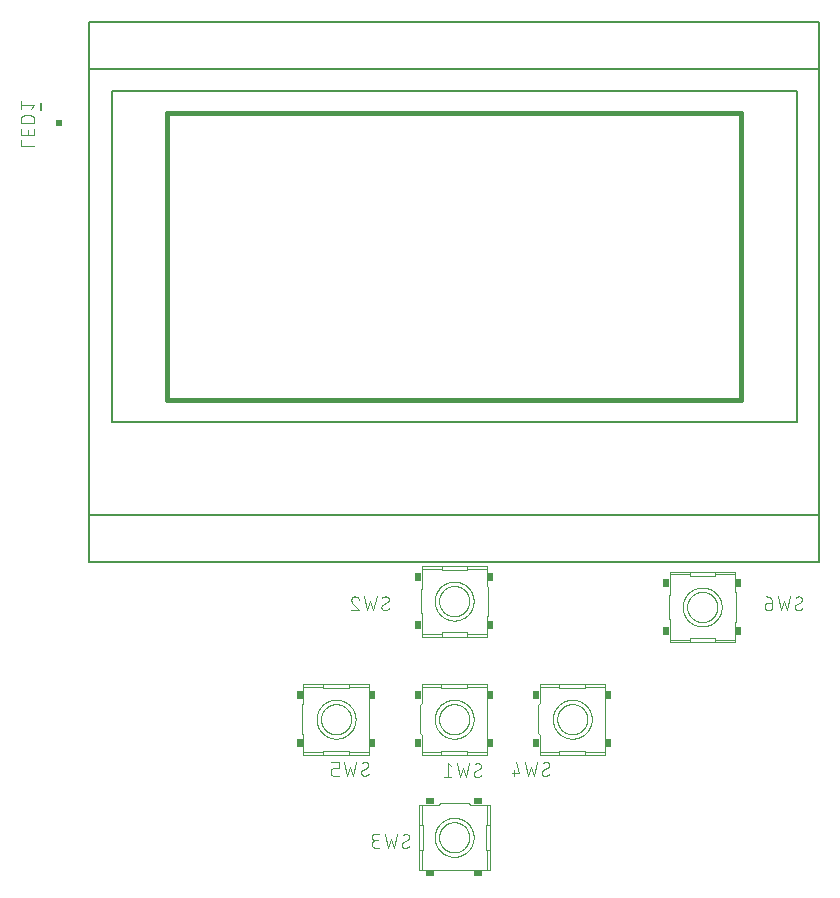
<source format=gbr>
G04 EAGLE Gerber RS-274X export*
G75*
%MOMM*%
%FSLAX34Y34*%
%LPD*%
%INSilkscreen Bottom*%
%IPPOS*%
%AMOC8*
5,1,8,0,0,1.08239X$1,22.5*%
G01*
%ADD10C,0.127000*%
%ADD11C,0.406400*%
%ADD12C,0.101600*%
%ADD13R,0.549100X0.757000*%
%ADD14R,0.534300X0.771800*%
%ADD15R,0.534300X0.757000*%
%ADD16R,0.549100X0.756900*%
%ADD17R,0.757000X0.549100*%
%ADD18R,0.771800X0.534300*%
%ADD19R,0.757000X0.534300*%
%ADD20R,0.756900X0.549100*%
%ADD21R,0.500000X0.500000*%
%ADD22R,0.225000X0.750000*%


D10*
X684000Y432700D02*
X66000Y432700D01*
X66000Y472700D01*
X66000Y850700D02*
X66000Y890700D01*
X684000Y890700D01*
X684000Y850700D01*
X684000Y472700D01*
X684000Y432700D01*
X684000Y472700D02*
X66000Y472700D01*
X66000Y850700D01*
X684000Y850700D01*
X665000Y831700D02*
X665000Y551700D01*
X665000Y831700D02*
X85000Y831700D01*
X85000Y551700D01*
X665000Y551700D01*
D11*
X618000Y570300D02*
X618000Y813100D01*
X132000Y813100D01*
X132000Y570300D01*
X618000Y570300D01*
D12*
X402606Y270019D02*
X347394Y270019D01*
X402606Y270019D02*
X402606Y290056D01*
X402952Y290056D01*
X402952Y309796D01*
X402606Y309796D01*
X402606Y329981D01*
X347394Y329981D01*
X347394Y313358D01*
X346206Y312170D01*
X346206Y287978D01*
X347394Y286790D01*
X347394Y270019D01*
X385686Y327606D02*
X402161Y327606D01*
X385686Y327606D02*
X385686Y326567D01*
X364165Y326567D01*
X364165Y329387D01*
X363720Y327606D02*
X347988Y327606D01*
X385686Y327606D02*
X385686Y329535D01*
X385686Y272394D02*
X402161Y272394D01*
X385686Y272394D02*
X385686Y273433D01*
X364165Y273433D01*
X364165Y270613D01*
X363720Y272394D02*
X347988Y272394D01*
X385686Y272394D02*
X385686Y270464D01*
X362236Y300000D02*
X362240Y300313D01*
X362251Y300626D01*
X362271Y300939D01*
X362297Y301251D01*
X362332Y301562D01*
X362374Y301873D01*
X362424Y302182D01*
X362481Y302490D01*
X362546Y302797D01*
X362619Y303101D01*
X362698Y303404D01*
X362786Y303705D01*
X362880Y304004D01*
X362982Y304300D01*
X363091Y304594D01*
X363208Y304885D01*
X363331Y305173D01*
X363461Y305457D01*
X363599Y305739D01*
X363743Y306017D01*
X363894Y306291D01*
X364052Y306562D01*
X364216Y306829D01*
X364387Y307091D01*
X364564Y307350D01*
X364748Y307604D01*
X364938Y307853D01*
X365133Y308097D01*
X365335Y308337D01*
X365542Y308572D01*
X365756Y308801D01*
X365974Y309026D01*
X366199Y309244D01*
X366428Y309458D01*
X366663Y309665D01*
X366903Y309867D01*
X367147Y310062D01*
X367396Y310252D01*
X367650Y310436D01*
X367909Y310613D01*
X368171Y310784D01*
X368438Y310948D01*
X368709Y311106D01*
X368983Y311257D01*
X369261Y311401D01*
X369543Y311539D01*
X369827Y311669D01*
X370115Y311792D01*
X370406Y311909D01*
X370700Y312018D01*
X370996Y312120D01*
X371295Y312214D01*
X371596Y312302D01*
X371899Y312381D01*
X372203Y312454D01*
X372510Y312519D01*
X372818Y312576D01*
X373127Y312626D01*
X373438Y312668D01*
X373749Y312703D01*
X374061Y312729D01*
X374374Y312749D01*
X374687Y312760D01*
X375000Y312764D01*
X375313Y312760D01*
X375626Y312749D01*
X375939Y312729D01*
X376251Y312703D01*
X376562Y312668D01*
X376873Y312626D01*
X377182Y312576D01*
X377490Y312519D01*
X377797Y312454D01*
X378101Y312381D01*
X378404Y312302D01*
X378705Y312214D01*
X379004Y312120D01*
X379300Y312018D01*
X379594Y311909D01*
X379885Y311792D01*
X380173Y311669D01*
X380457Y311539D01*
X380739Y311401D01*
X381017Y311257D01*
X381291Y311106D01*
X381562Y310948D01*
X381829Y310784D01*
X382091Y310613D01*
X382350Y310436D01*
X382604Y310252D01*
X382853Y310062D01*
X383097Y309867D01*
X383337Y309665D01*
X383572Y309458D01*
X383801Y309244D01*
X384026Y309026D01*
X384244Y308801D01*
X384458Y308572D01*
X384665Y308337D01*
X384867Y308097D01*
X385062Y307853D01*
X385252Y307604D01*
X385436Y307350D01*
X385613Y307091D01*
X385784Y306829D01*
X385948Y306562D01*
X386106Y306291D01*
X386257Y306017D01*
X386401Y305739D01*
X386539Y305457D01*
X386669Y305173D01*
X386792Y304885D01*
X386909Y304594D01*
X387018Y304300D01*
X387120Y304004D01*
X387214Y303705D01*
X387302Y303404D01*
X387381Y303101D01*
X387454Y302797D01*
X387519Y302490D01*
X387576Y302182D01*
X387626Y301873D01*
X387668Y301562D01*
X387703Y301251D01*
X387729Y300939D01*
X387749Y300626D01*
X387760Y300313D01*
X387764Y300000D01*
X387760Y299687D01*
X387749Y299374D01*
X387729Y299061D01*
X387703Y298749D01*
X387668Y298438D01*
X387626Y298127D01*
X387576Y297818D01*
X387519Y297510D01*
X387454Y297203D01*
X387381Y296899D01*
X387302Y296596D01*
X387214Y296295D01*
X387120Y295996D01*
X387018Y295700D01*
X386909Y295406D01*
X386792Y295115D01*
X386669Y294827D01*
X386539Y294543D01*
X386401Y294261D01*
X386257Y293983D01*
X386106Y293709D01*
X385948Y293438D01*
X385784Y293171D01*
X385613Y292909D01*
X385436Y292650D01*
X385252Y292396D01*
X385062Y292147D01*
X384867Y291903D01*
X384665Y291663D01*
X384458Y291428D01*
X384244Y291199D01*
X384026Y290974D01*
X383801Y290756D01*
X383572Y290542D01*
X383337Y290335D01*
X383097Y290133D01*
X382853Y289938D01*
X382604Y289748D01*
X382350Y289564D01*
X382091Y289387D01*
X381829Y289216D01*
X381562Y289052D01*
X381291Y288894D01*
X381017Y288743D01*
X380739Y288599D01*
X380457Y288461D01*
X380173Y288331D01*
X379885Y288208D01*
X379594Y288091D01*
X379300Y287982D01*
X379004Y287880D01*
X378705Y287786D01*
X378404Y287698D01*
X378101Y287619D01*
X377797Y287546D01*
X377490Y287481D01*
X377182Y287424D01*
X376873Y287374D01*
X376562Y287332D01*
X376251Y287297D01*
X375939Y287271D01*
X375626Y287251D01*
X375313Y287240D01*
X375000Y287236D01*
X374687Y287240D01*
X374374Y287251D01*
X374061Y287271D01*
X373749Y287297D01*
X373438Y287332D01*
X373127Y287374D01*
X372818Y287424D01*
X372510Y287481D01*
X372203Y287546D01*
X371899Y287619D01*
X371596Y287698D01*
X371295Y287786D01*
X370996Y287880D01*
X370700Y287982D01*
X370406Y288091D01*
X370115Y288208D01*
X369827Y288331D01*
X369543Y288461D01*
X369261Y288599D01*
X368983Y288743D01*
X368709Y288894D01*
X368438Y289052D01*
X368171Y289216D01*
X367909Y289387D01*
X367650Y289564D01*
X367396Y289748D01*
X367147Y289938D01*
X366903Y290133D01*
X366663Y290335D01*
X366428Y290542D01*
X366199Y290756D01*
X365974Y290974D01*
X365756Y291199D01*
X365542Y291428D01*
X365335Y291663D01*
X365133Y291903D01*
X364938Y292147D01*
X364748Y292396D01*
X364564Y292650D01*
X364387Y292909D01*
X364216Y293171D01*
X364052Y293438D01*
X363894Y293709D01*
X363743Y293983D01*
X363599Y294261D01*
X363461Y294543D01*
X363331Y294827D01*
X363208Y295115D01*
X363091Y295406D01*
X362982Y295700D01*
X362880Y295996D01*
X362786Y296295D01*
X362698Y296596D01*
X362619Y296899D01*
X362546Y297203D01*
X362481Y297510D01*
X362424Y297818D01*
X362374Y298127D01*
X362332Y298438D01*
X362297Y298749D01*
X362271Y299061D01*
X362251Y299374D01*
X362240Y299687D01*
X362236Y300000D01*
X358525Y300000D02*
X358530Y300404D01*
X358545Y300808D01*
X358570Y301212D01*
X358604Y301615D01*
X358649Y302017D01*
X358703Y302417D01*
X358768Y302817D01*
X358842Y303214D01*
X358925Y303610D01*
X359019Y304003D01*
X359122Y304394D01*
X359234Y304782D01*
X359357Y305168D01*
X359488Y305550D01*
X359629Y305929D01*
X359779Y306305D01*
X359938Y306676D01*
X360107Y307044D01*
X360284Y307407D01*
X360470Y307766D01*
X360665Y308120D01*
X360869Y308470D01*
X361081Y308814D01*
X361302Y309153D01*
X361530Y309486D01*
X361767Y309814D01*
X362012Y310136D01*
X362265Y310452D01*
X362525Y310761D01*
X362793Y311064D01*
X363068Y311360D01*
X363350Y311650D01*
X363640Y311932D01*
X363936Y312207D01*
X364239Y312475D01*
X364548Y312735D01*
X364864Y312988D01*
X365186Y313233D01*
X365514Y313470D01*
X365847Y313698D01*
X366186Y313919D01*
X366530Y314131D01*
X366880Y314335D01*
X367234Y314530D01*
X367593Y314716D01*
X367956Y314893D01*
X368324Y315062D01*
X368695Y315221D01*
X369071Y315371D01*
X369450Y315512D01*
X369832Y315643D01*
X370218Y315766D01*
X370606Y315878D01*
X370997Y315981D01*
X371390Y316075D01*
X371786Y316158D01*
X372183Y316232D01*
X372583Y316297D01*
X372983Y316351D01*
X373385Y316396D01*
X373788Y316430D01*
X374192Y316455D01*
X374596Y316470D01*
X375000Y316475D01*
X375404Y316470D01*
X375808Y316455D01*
X376212Y316430D01*
X376615Y316396D01*
X377017Y316351D01*
X377417Y316297D01*
X377817Y316232D01*
X378214Y316158D01*
X378610Y316075D01*
X379003Y315981D01*
X379394Y315878D01*
X379782Y315766D01*
X380168Y315643D01*
X380550Y315512D01*
X380929Y315371D01*
X381305Y315221D01*
X381676Y315062D01*
X382044Y314893D01*
X382407Y314716D01*
X382766Y314530D01*
X383120Y314335D01*
X383470Y314131D01*
X383814Y313919D01*
X384153Y313698D01*
X384486Y313470D01*
X384814Y313233D01*
X385136Y312988D01*
X385452Y312735D01*
X385761Y312475D01*
X386064Y312207D01*
X386360Y311932D01*
X386650Y311650D01*
X386932Y311360D01*
X387207Y311064D01*
X387475Y310761D01*
X387735Y310452D01*
X387988Y310136D01*
X388233Y309814D01*
X388470Y309486D01*
X388698Y309153D01*
X388919Y308814D01*
X389131Y308470D01*
X389335Y308120D01*
X389530Y307766D01*
X389716Y307407D01*
X389893Y307044D01*
X390062Y306676D01*
X390221Y306305D01*
X390371Y305929D01*
X390512Y305550D01*
X390643Y305168D01*
X390766Y304782D01*
X390878Y304394D01*
X390981Y304003D01*
X391075Y303610D01*
X391158Y303214D01*
X391232Y302817D01*
X391297Y302417D01*
X391351Y302017D01*
X391396Y301615D01*
X391430Y301212D01*
X391455Y300808D01*
X391470Y300404D01*
X391475Y300000D01*
X391470Y299596D01*
X391455Y299192D01*
X391430Y298788D01*
X391396Y298385D01*
X391351Y297983D01*
X391297Y297583D01*
X391232Y297183D01*
X391158Y296786D01*
X391075Y296390D01*
X390981Y295997D01*
X390878Y295606D01*
X390766Y295218D01*
X390643Y294832D01*
X390512Y294450D01*
X390371Y294071D01*
X390221Y293695D01*
X390062Y293324D01*
X389893Y292956D01*
X389716Y292593D01*
X389530Y292234D01*
X389335Y291880D01*
X389131Y291530D01*
X388919Y291186D01*
X388698Y290847D01*
X388470Y290514D01*
X388233Y290186D01*
X387988Y289864D01*
X387735Y289548D01*
X387475Y289239D01*
X387207Y288936D01*
X386932Y288640D01*
X386650Y288350D01*
X386360Y288068D01*
X386064Y287793D01*
X385761Y287525D01*
X385452Y287265D01*
X385136Y287012D01*
X384814Y286767D01*
X384486Y286530D01*
X384153Y286302D01*
X383814Y286081D01*
X383470Y285869D01*
X383120Y285665D01*
X382766Y285470D01*
X382407Y285284D01*
X382044Y285107D01*
X381676Y284938D01*
X381305Y284779D01*
X380929Y284629D01*
X380550Y284488D01*
X380168Y284357D01*
X379782Y284234D01*
X379394Y284122D01*
X379003Y284019D01*
X378610Y283925D01*
X378214Y283842D01*
X377817Y283768D01*
X377417Y283703D01*
X377017Y283649D01*
X376615Y283604D01*
X376212Y283570D01*
X375808Y283545D01*
X375404Y283530D01*
X375000Y283525D01*
X374596Y283530D01*
X374192Y283545D01*
X373788Y283570D01*
X373385Y283604D01*
X372983Y283649D01*
X372583Y283703D01*
X372183Y283768D01*
X371786Y283842D01*
X371390Y283925D01*
X370997Y284019D01*
X370606Y284122D01*
X370218Y284234D01*
X369832Y284357D01*
X369450Y284488D01*
X369071Y284629D01*
X368695Y284779D01*
X368324Y284938D01*
X367956Y285107D01*
X367593Y285284D01*
X367234Y285470D01*
X366880Y285665D01*
X366530Y285869D01*
X366186Y286081D01*
X365847Y286302D01*
X365514Y286530D01*
X365186Y286767D01*
X364864Y287012D01*
X364548Y287265D01*
X364239Y287525D01*
X363936Y287793D01*
X363640Y288068D01*
X363350Y288350D01*
X363068Y288640D01*
X362793Y288936D01*
X362525Y289239D01*
X362265Y289548D01*
X362012Y289864D01*
X361767Y290186D01*
X361530Y290514D01*
X361302Y290847D01*
X361081Y291186D01*
X360869Y291530D01*
X360665Y291880D01*
X360470Y292234D01*
X360284Y292593D01*
X360107Y292956D01*
X359938Y293324D01*
X359779Y293695D01*
X359629Y294071D01*
X359488Y294450D01*
X359357Y294832D01*
X359234Y295218D01*
X359122Y295606D01*
X359019Y295997D01*
X358925Y296390D01*
X358842Y296786D01*
X358768Y297183D01*
X358703Y297583D01*
X358649Y297983D01*
X358604Y298385D01*
X358570Y298788D01*
X358545Y299192D01*
X358530Y299596D01*
X358525Y300000D01*
D13*
X344500Y279444D03*
D14*
X344426Y320482D03*
D15*
X405575Y279444D03*
D16*
X405501Y320408D03*
D12*
X391635Y253654D02*
X391637Y253555D01*
X391643Y253455D01*
X391652Y253356D01*
X391665Y253258D01*
X391682Y253160D01*
X391703Y253062D01*
X391728Y252966D01*
X391756Y252871D01*
X391788Y252777D01*
X391823Y252684D01*
X391862Y252592D01*
X391905Y252502D01*
X391950Y252414D01*
X392000Y252327D01*
X392052Y252243D01*
X392108Y252160D01*
X392166Y252080D01*
X392228Y252002D01*
X392293Y251927D01*
X392361Y251854D01*
X392431Y251784D01*
X392504Y251716D01*
X392579Y251651D01*
X392657Y251589D01*
X392737Y251531D01*
X392820Y251475D01*
X392904Y251423D01*
X392991Y251373D01*
X393079Y251328D01*
X393169Y251285D01*
X393261Y251246D01*
X393354Y251211D01*
X393448Y251179D01*
X393543Y251151D01*
X393639Y251126D01*
X393737Y251105D01*
X393835Y251088D01*
X393933Y251075D01*
X394032Y251066D01*
X394132Y251060D01*
X394231Y251058D01*
X394375Y251060D01*
X394520Y251066D01*
X394664Y251075D01*
X394807Y251088D01*
X394951Y251105D01*
X395094Y251126D01*
X395236Y251151D01*
X395377Y251179D01*
X395518Y251211D01*
X395658Y251247D01*
X395797Y251286D01*
X395935Y251329D01*
X396071Y251376D01*
X396207Y251426D01*
X396341Y251480D01*
X396473Y251537D01*
X396604Y251598D01*
X396733Y251662D01*
X396861Y251730D01*
X396987Y251801D01*
X397111Y251875D01*
X397232Y251952D01*
X397352Y252033D01*
X397470Y252116D01*
X397585Y252203D01*
X397698Y252293D01*
X397809Y252386D01*
X397917Y252481D01*
X398023Y252580D01*
X398126Y252681D01*
X397801Y260146D02*
X397799Y260245D01*
X397793Y260345D01*
X397784Y260444D01*
X397771Y260542D01*
X397754Y260640D01*
X397733Y260738D01*
X397708Y260834D01*
X397680Y260929D01*
X397648Y261023D01*
X397613Y261116D01*
X397574Y261208D01*
X397531Y261298D01*
X397486Y261386D01*
X397436Y261473D01*
X397384Y261557D01*
X397328Y261640D01*
X397270Y261720D01*
X397208Y261798D01*
X397143Y261873D01*
X397075Y261946D01*
X397005Y262016D01*
X396932Y262084D01*
X396857Y262149D01*
X396779Y262211D01*
X396699Y262269D01*
X396616Y262325D01*
X396532Y262377D01*
X396445Y262427D01*
X396357Y262472D01*
X396267Y262515D01*
X396175Y262554D01*
X396082Y262589D01*
X395988Y262621D01*
X395893Y262649D01*
X395797Y262674D01*
X395699Y262695D01*
X395601Y262712D01*
X395503Y262725D01*
X395404Y262734D01*
X395304Y262740D01*
X395205Y262742D01*
X395069Y262740D01*
X394933Y262734D01*
X394797Y262725D01*
X394661Y262712D01*
X394526Y262694D01*
X394392Y262674D01*
X394258Y262649D01*
X394124Y262621D01*
X393992Y262588D01*
X393861Y262553D01*
X393730Y262513D01*
X393601Y262470D01*
X393473Y262424D01*
X393347Y262373D01*
X393221Y262320D01*
X393098Y262262D01*
X392976Y262202D01*
X392856Y262138D01*
X392737Y262070D01*
X392621Y262000D01*
X392507Y261926D01*
X392394Y261849D01*
X392284Y261768D01*
X396504Y257874D02*
X396590Y257927D01*
X396674Y257984D01*
X396756Y258043D01*
X396836Y258106D01*
X396913Y258172D01*
X396988Y258240D01*
X397060Y258312D01*
X397129Y258386D01*
X397195Y258463D01*
X397258Y258542D01*
X397318Y258624D01*
X397375Y258708D01*
X397429Y258794D01*
X397479Y258882D01*
X397526Y258972D01*
X397570Y259063D01*
X397609Y259157D01*
X397646Y259251D01*
X397678Y259347D01*
X397707Y259445D01*
X397732Y259543D01*
X397753Y259642D01*
X397771Y259742D01*
X397784Y259842D01*
X397794Y259943D01*
X397800Y260045D01*
X397802Y260146D01*
X392933Y255926D02*
X392847Y255873D01*
X392763Y255816D01*
X392681Y255757D01*
X392601Y255694D01*
X392524Y255628D01*
X392449Y255560D01*
X392377Y255488D01*
X392308Y255414D01*
X392242Y255337D01*
X392179Y255258D01*
X392119Y255176D01*
X392062Y255092D01*
X392008Y255006D01*
X391958Y254918D01*
X391911Y254828D01*
X391867Y254737D01*
X391828Y254643D01*
X391791Y254549D01*
X391759Y254453D01*
X391730Y254355D01*
X391705Y254257D01*
X391684Y254158D01*
X391666Y254058D01*
X391653Y253958D01*
X391643Y253857D01*
X391637Y253755D01*
X391635Y253654D01*
X392933Y255926D02*
X396503Y257874D01*
X387500Y262742D02*
X384904Y251058D01*
X382308Y258847D01*
X379711Y251058D01*
X377115Y262742D01*
X372599Y260146D02*
X369354Y262742D01*
X369354Y251058D01*
X372599Y251058D02*
X366108Y251058D01*
X347394Y429981D02*
X402606Y429981D01*
X347394Y429981D02*
X347394Y409944D01*
X347048Y409944D01*
X347048Y390204D01*
X347394Y390204D01*
X347394Y370019D01*
X402606Y370019D01*
X402606Y386642D01*
X403794Y387830D01*
X403794Y412022D01*
X402606Y413210D01*
X402606Y429981D01*
X364314Y372394D02*
X347839Y372394D01*
X364314Y372394D02*
X364314Y373433D01*
X385835Y373433D01*
X385835Y370613D01*
X386280Y372394D02*
X402012Y372394D01*
X364314Y372394D02*
X364314Y370465D01*
X364314Y427606D02*
X347839Y427606D01*
X364314Y427606D02*
X364314Y426567D01*
X385835Y426567D01*
X385835Y429387D01*
X386280Y427606D02*
X402012Y427606D01*
X364314Y427606D02*
X364314Y429536D01*
X362236Y400000D02*
X362240Y400313D01*
X362251Y400626D01*
X362271Y400939D01*
X362297Y401251D01*
X362332Y401562D01*
X362374Y401873D01*
X362424Y402182D01*
X362481Y402490D01*
X362546Y402797D01*
X362619Y403101D01*
X362698Y403404D01*
X362786Y403705D01*
X362880Y404004D01*
X362982Y404300D01*
X363091Y404594D01*
X363208Y404885D01*
X363331Y405173D01*
X363461Y405457D01*
X363599Y405739D01*
X363743Y406017D01*
X363894Y406291D01*
X364052Y406562D01*
X364216Y406829D01*
X364387Y407091D01*
X364564Y407350D01*
X364748Y407604D01*
X364938Y407853D01*
X365133Y408097D01*
X365335Y408337D01*
X365542Y408572D01*
X365756Y408801D01*
X365974Y409026D01*
X366199Y409244D01*
X366428Y409458D01*
X366663Y409665D01*
X366903Y409867D01*
X367147Y410062D01*
X367396Y410252D01*
X367650Y410436D01*
X367909Y410613D01*
X368171Y410784D01*
X368438Y410948D01*
X368709Y411106D01*
X368983Y411257D01*
X369261Y411401D01*
X369543Y411539D01*
X369827Y411669D01*
X370115Y411792D01*
X370406Y411909D01*
X370700Y412018D01*
X370996Y412120D01*
X371295Y412214D01*
X371596Y412302D01*
X371899Y412381D01*
X372203Y412454D01*
X372510Y412519D01*
X372818Y412576D01*
X373127Y412626D01*
X373438Y412668D01*
X373749Y412703D01*
X374061Y412729D01*
X374374Y412749D01*
X374687Y412760D01*
X375000Y412764D01*
X375313Y412760D01*
X375626Y412749D01*
X375939Y412729D01*
X376251Y412703D01*
X376562Y412668D01*
X376873Y412626D01*
X377182Y412576D01*
X377490Y412519D01*
X377797Y412454D01*
X378101Y412381D01*
X378404Y412302D01*
X378705Y412214D01*
X379004Y412120D01*
X379300Y412018D01*
X379594Y411909D01*
X379885Y411792D01*
X380173Y411669D01*
X380457Y411539D01*
X380739Y411401D01*
X381017Y411257D01*
X381291Y411106D01*
X381562Y410948D01*
X381829Y410784D01*
X382091Y410613D01*
X382350Y410436D01*
X382604Y410252D01*
X382853Y410062D01*
X383097Y409867D01*
X383337Y409665D01*
X383572Y409458D01*
X383801Y409244D01*
X384026Y409026D01*
X384244Y408801D01*
X384458Y408572D01*
X384665Y408337D01*
X384867Y408097D01*
X385062Y407853D01*
X385252Y407604D01*
X385436Y407350D01*
X385613Y407091D01*
X385784Y406829D01*
X385948Y406562D01*
X386106Y406291D01*
X386257Y406017D01*
X386401Y405739D01*
X386539Y405457D01*
X386669Y405173D01*
X386792Y404885D01*
X386909Y404594D01*
X387018Y404300D01*
X387120Y404004D01*
X387214Y403705D01*
X387302Y403404D01*
X387381Y403101D01*
X387454Y402797D01*
X387519Y402490D01*
X387576Y402182D01*
X387626Y401873D01*
X387668Y401562D01*
X387703Y401251D01*
X387729Y400939D01*
X387749Y400626D01*
X387760Y400313D01*
X387764Y400000D01*
X387760Y399687D01*
X387749Y399374D01*
X387729Y399061D01*
X387703Y398749D01*
X387668Y398438D01*
X387626Y398127D01*
X387576Y397818D01*
X387519Y397510D01*
X387454Y397203D01*
X387381Y396899D01*
X387302Y396596D01*
X387214Y396295D01*
X387120Y395996D01*
X387018Y395700D01*
X386909Y395406D01*
X386792Y395115D01*
X386669Y394827D01*
X386539Y394543D01*
X386401Y394261D01*
X386257Y393983D01*
X386106Y393709D01*
X385948Y393438D01*
X385784Y393171D01*
X385613Y392909D01*
X385436Y392650D01*
X385252Y392396D01*
X385062Y392147D01*
X384867Y391903D01*
X384665Y391663D01*
X384458Y391428D01*
X384244Y391199D01*
X384026Y390974D01*
X383801Y390756D01*
X383572Y390542D01*
X383337Y390335D01*
X383097Y390133D01*
X382853Y389938D01*
X382604Y389748D01*
X382350Y389564D01*
X382091Y389387D01*
X381829Y389216D01*
X381562Y389052D01*
X381291Y388894D01*
X381017Y388743D01*
X380739Y388599D01*
X380457Y388461D01*
X380173Y388331D01*
X379885Y388208D01*
X379594Y388091D01*
X379300Y387982D01*
X379004Y387880D01*
X378705Y387786D01*
X378404Y387698D01*
X378101Y387619D01*
X377797Y387546D01*
X377490Y387481D01*
X377182Y387424D01*
X376873Y387374D01*
X376562Y387332D01*
X376251Y387297D01*
X375939Y387271D01*
X375626Y387251D01*
X375313Y387240D01*
X375000Y387236D01*
X374687Y387240D01*
X374374Y387251D01*
X374061Y387271D01*
X373749Y387297D01*
X373438Y387332D01*
X373127Y387374D01*
X372818Y387424D01*
X372510Y387481D01*
X372203Y387546D01*
X371899Y387619D01*
X371596Y387698D01*
X371295Y387786D01*
X370996Y387880D01*
X370700Y387982D01*
X370406Y388091D01*
X370115Y388208D01*
X369827Y388331D01*
X369543Y388461D01*
X369261Y388599D01*
X368983Y388743D01*
X368709Y388894D01*
X368438Y389052D01*
X368171Y389216D01*
X367909Y389387D01*
X367650Y389564D01*
X367396Y389748D01*
X367147Y389938D01*
X366903Y390133D01*
X366663Y390335D01*
X366428Y390542D01*
X366199Y390756D01*
X365974Y390974D01*
X365756Y391199D01*
X365542Y391428D01*
X365335Y391663D01*
X365133Y391903D01*
X364938Y392147D01*
X364748Y392396D01*
X364564Y392650D01*
X364387Y392909D01*
X364216Y393171D01*
X364052Y393438D01*
X363894Y393709D01*
X363743Y393983D01*
X363599Y394261D01*
X363461Y394543D01*
X363331Y394827D01*
X363208Y395115D01*
X363091Y395406D01*
X362982Y395700D01*
X362880Y395996D01*
X362786Y396295D01*
X362698Y396596D01*
X362619Y396899D01*
X362546Y397203D01*
X362481Y397510D01*
X362424Y397818D01*
X362374Y398127D01*
X362332Y398438D01*
X362297Y398749D01*
X362271Y399061D01*
X362251Y399374D01*
X362240Y399687D01*
X362236Y400000D01*
X358525Y400000D02*
X358530Y400404D01*
X358545Y400808D01*
X358570Y401212D01*
X358604Y401615D01*
X358649Y402017D01*
X358703Y402417D01*
X358768Y402817D01*
X358842Y403214D01*
X358925Y403610D01*
X359019Y404003D01*
X359122Y404394D01*
X359234Y404782D01*
X359357Y405168D01*
X359488Y405550D01*
X359629Y405929D01*
X359779Y406305D01*
X359938Y406676D01*
X360107Y407044D01*
X360284Y407407D01*
X360470Y407766D01*
X360665Y408120D01*
X360869Y408470D01*
X361081Y408814D01*
X361302Y409153D01*
X361530Y409486D01*
X361767Y409814D01*
X362012Y410136D01*
X362265Y410452D01*
X362525Y410761D01*
X362793Y411064D01*
X363068Y411360D01*
X363350Y411650D01*
X363640Y411932D01*
X363936Y412207D01*
X364239Y412475D01*
X364548Y412735D01*
X364864Y412988D01*
X365186Y413233D01*
X365514Y413470D01*
X365847Y413698D01*
X366186Y413919D01*
X366530Y414131D01*
X366880Y414335D01*
X367234Y414530D01*
X367593Y414716D01*
X367956Y414893D01*
X368324Y415062D01*
X368695Y415221D01*
X369071Y415371D01*
X369450Y415512D01*
X369832Y415643D01*
X370218Y415766D01*
X370606Y415878D01*
X370997Y415981D01*
X371390Y416075D01*
X371786Y416158D01*
X372183Y416232D01*
X372583Y416297D01*
X372983Y416351D01*
X373385Y416396D01*
X373788Y416430D01*
X374192Y416455D01*
X374596Y416470D01*
X375000Y416475D01*
X375404Y416470D01*
X375808Y416455D01*
X376212Y416430D01*
X376615Y416396D01*
X377017Y416351D01*
X377417Y416297D01*
X377817Y416232D01*
X378214Y416158D01*
X378610Y416075D01*
X379003Y415981D01*
X379394Y415878D01*
X379782Y415766D01*
X380168Y415643D01*
X380550Y415512D01*
X380929Y415371D01*
X381305Y415221D01*
X381676Y415062D01*
X382044Y414893D01*
X382407Y414716D01*
X382766Y414530D01*
X383120Y414335D01*
X383470Y414131D01*
X383814Y413919D01*
X384153Y413698D01*
X384486Y413470D01*
X384814Y413233D01*
X385136Y412988D01*
X385452Y412735D01*
X385761Y412475D01*
X386064Y412207D01*
X386360Y411932D01*
X386650Y411650D01*
X386932Y411360D01*
X387207Y411064D01*
X387475Y410761D01*
X387735Y410452D01*
X387988Y410136D01*
X388233Y409814D01*
X388470Y409486D01*
X388698Y409153D01*
X388919Y408814D01*
X389131Y408470D01*
X389335Y408120D01*
X389530Y407766D01*
X389716Y407407D01*
X389893Y407044D01*
X390062Y406676D01*
X390221Y406305D01*
X390371Y405929D01*
X390512Y405550D01*
X390643Y405168D01*
X390766Y404782D01*
X390878Y404394D01*
X390981Y404003D01*
X391075Y403610D01*
X391158Y403214D01*
X391232Y402817D01*
X391297Y402417D01*
X391351Y402017D01*
X391396Y401615D01*
X391430Y401212D01*
X391455Y400808D01*
X391470Y400404D01*
X391475Y400000D01*
X391470Y399596D01*
X391455Y399192D01*
X391430Y398788D01*
X391396Y398385D01*
X391351Y397983D01*
X391297Y397583D01*
X391232Y397183D01*
X391158Y396786D01*
X391075Y396390D01*
X390981Y395997D01*
X390878Y395606D01*
X390766Y395218D01*
X390643Y394832D01*
X390512Y394450D01*
X390371Y394071D01*
X390221Y393695D01*
X390062Y393324D01*
X389893Y392956D01*
X389716Y392593D01*
X389530Y392234D01*
X389335Y391880D01*
X389131Y391530D01*
X388919Y391186D01*
X388698Y390847D01*
X388470Y390514D01*
X388233Y390186D01*
X387988Y389864D01*
X387735Y389548D01*
X387475Y389239D01*
X387207Y388936D01*
X386932Y388640D01*
X386650Y388350D01*
X386360Y388068D01*
X386064Y387793D01*
X385761Y387525D01*
X385452Y387265D01*
X385136Y387012D01*
X384814Y386767D01*
X384486Y386530D01*
X384153Y386302D01*
X383814Y386081D01*
X383470Y385869D01*
X383120Y385665D01*
X382766Y385470D01*
X382407Y385284D01*
X382044Y385107D01*
X381676Y384938D01*
X381305Y384779D01*
X380929Y384629D01*
X380550Y384488D01*
X380168Y384357D01*
X379782Y384234D01*
X379394Y384122D01*
X379003Y384019D01*
X378610Y383925D01*
X378214Y383842D01*
X377817Y383768D01*
X377417Y383703D01*
X377017Y383649D01*
X376615Y383604D01*
X376212Y383570D01*
X375808Y383545D01*
X375404Y383530D01*
X375000Y383525D01*
X374596Y383530D01*
X374192Y383545D01*
X373788Y383570D01*
X373385Y383604D01*
X372983Y383649D01*
X372583Y383703D01*
X372183Y383768D01*
X371786Y383842D01*
X371390Y383925D01*
X370997Y384019D01*
X370606Y384122D01*
X370218Y384234D01*
X369832Y384357D01*
X369450Y384488D01*
X369071Y384629D01*
X368695Y384779D01*
X368324Y384938D01*
X367956Y385107D01*
X367593Y385284D01*
X367234Y385470D01*
X366880Y385665D01*
X366530Y385869D01*
X366186Y386081D01*
X365847Y386302D01*
X365514Y386530D01*
X365186Y386767D01*
X364864Y387012D01*
X364548Y387265D01*
X364239Y387525D01*
X363936Y387793D01*
X363640Y388068D01*
X363350Y388350D01*
X363068Y388640D01*
X362793Y388936D01*
X362525Y389239D01*
X362265Y389548D01*
X362012Y389864D01*
X361767Y390186D01*
X361530Y390514D01*
X361302Y390847D01*
X361081Y391186D01*
X360869Y391530D01*
X360665Y391880D01*
X360470Y392234D01*
X360284Y392593D01*
X360107Y392956D01*
X359938Y393324D01*
X359779Y393695D01*
X359629Y394071D01*
X359488Y394450D01*
X359357Y394832D01*
X359234Y395218D01*
X359122Y395606D01*
X359019Y395997D01*
X358925Y396390D01*
X358842Y396786D01*
X358768Y397183D01*
X358703Y397583D01*
X358649Y397983D01*
X358604Y398385D01*
X358570Y398788D01*
X358545Y399192D01*
X358530Y399596D01*
X358525Y400000D01*
D13*
X405501Y420556D03*
D14*
X405575Y379518D03*
D15*
X344426Y420556D03*
D16*
X344500Y379593D03*
D12*
X315997Y392258D02*
X315898Y392260D01*
X315798Y392266D01*
X315699Y392275D01*
X315601Y392288D01*
X315503Y392305D01*
X315405Y392326D01*
X315309Y392351D01*
X315214Y392379D01*
X315120Y392411D01*
X315027Y392446D01*
X314935Y392485D01*
X314845Y392528D01*
X314757Y392573D01*
X314670Y392623D01*
X314586Y392675D01*
X314503Y392731D01*
X314423Y392789D01*
X314345Y392851D01*
X314270Y392916D01*
X314197Y392984D01*
X314127Y393054D01*
X314059Y393127D01*
X313994Y393202D01*
X313932Y393280D01*
X313874Y393360D01*
X313818Y393443D01*
X313766Y393527D01*
X313716Y393614D01*
X313671Y393702D01*
X313628Y393792D01*
X313589Y393884D01*
X313554Y393977D01*
X313522Y394071D01*
X313494Y394166D01*
X313469Y394262D01*
X313448Y394360D01*
X313431Y394458D01*
X313418Y394556D01*
X313409Y394655D01*
X313403Y394755D01*
X313401Y394854D01*
X315997Y392258D02*
X316141Y392260D01*
X316286Y392266D01*
X316430Y392275D01*
X316573Y392288D01*
X316717Y392305D01*
X316860Y392326D01*
X317002Y392351D01*
X317143Y392379D01*
X317284Y392411D01*
X317424Y392447D01*
X317563Y392486D01*
X317701Y392529D01*
X317837Y392576D01*
X317973Y392626D01*
X318107Y392680D01*
X318239Y392737D01*
X318370Y392798D01*
X318499Y392862D01*
X318627Y392930D01*
X318753Y393001D01*
X318877Y393075D01*
X318998Y393152D01*
X319118Y393233D01*
X319236Y393316D01*
X319351Y393403D01*
X319464Y393493D01*
X319575Y393586D01*
X319683Y393681D01*
X319789Y393780D01*
X319892Y393881D01*
X319567Y401346D02*
X319565Y401445D01*
X319559Y401545D01*
X319550Y401644D01*
X319537Y401742D01*
X319520Y401840D01*
X319499Y401938D01*
X319474Y402034D01*
X319446Y402129D01*
X319414Y402223D01*
X319379Y402316D01*
X319340Y402408D01*
X319297Y402498D01*
X319252Y402586D01*
X319202Y402673D01*
X319150Y402757D01*
X319094Y402840D01*
X319036Y402920D01*
X318974Y402998D01*
X318909Y403073D01*
X318841Y403146D01*
X318771Y403216D01*
X318698Y403284D01*
X318623Y403349D01*
X318545Y403411D01*
X318465Y403469D01*
X318382Y403525D01*
X318298Y403577D01*
X318211Y403627D01*
X318123Y403672D01*
X318033Y403715D01*
X317941Y403754D01*
X317848Y403789D01*
X317754Y403821D01*
X317659Y403849D01*
X317563Y403874D01*
X317465Y403895D01*
X317367Y403912D01*
X317269Y403925D01*
X317170Y403934D01*
X317070Y403940D01*
X316971Y403942D01*
X316835Y403940D01*
X316699Y403934D01*
X316563Y403925D01*
X316427Y403912D01*
X316292Y403894D01*
X316158Y403874D01*
X316024Y403849D01*
X315890Y403821D01*
X315758Y403788D01*
X315627Y403753D01*
X315496Y403713D01*
X315367Y403670D01*
X315239Y403624D01*
X315113Y403573D01*
X314987Y403520D01*
X314864Y403462D01*
X314742Y403402D01*
X314622Y403338D01*
X314503Y403270D01*
X314387Y403200D01*
X314273Y403126D01*
X314160Y403049D01*
X314050Y402968D01*
X318269Y399074D02*
X318355Y399127D01*
X318439Y399184D01*
X318521Y399243D01*
X318601Y399306D01*
X318678Y399372D01*
X318753Y399440D01*
X318825Y399512D01*
X318894Y399586D01*
X318960Y399663D01*
X319023Y399742D01*
X319083Y399824D01*
X319140Y399908D01*
X319194Y399994D01*
X319244Y400082D01*
X319291Y400172D01*
X319335Y400263D01*
X319374Y400357D01*
X319411Y400451D01*
X319443Y400547D01*
X319472Y400645D01*
X319497Y400743D01*
X319518Y400842D01*
X319536Y400942D01*
X319549Y401042D01*
X319559Y401143D01*
X319565Y401245D01*
X319567Y401346D01*
X314699Y397126D02*
X314613Y397073D01*
X314529Y397016D01*
X314447Y396957D01*
X314367Y396894D01*
X314290Y396828D01*
X314215Y396760D01*
X314143Y396688D01*
X314074Y396614D01*
X314008Y396537D01*
X313945Y396458D01*
X313885Y396376D01*
X313828Y396292D01*
X313774Y396206D01*
X313724Y396118D01*
X313677Y396028D01*
X313633Y395937D01*
X313594Y395843D01*
X313557Y395749D01*
X313525Y395653D01*
X313496Y395555D01*
X313471Y395457D01*
X313450Y395358D01*
X313432Y395258D01*
X313419Y395158D01*
X313409Y395057D01*
X313403Y394955D01*
X313401Y394854D01*
X314699Y397126D02*
X318269Y399074D01*
X309266Y403942D02*
X306670Y392258D01*
X304073Y400047D01*
X301477Y392258D01*
X298881Y403942D01*
X290795Y403942D02*
X290688Y403940D01*
X290582Y403934D01*
X290476Y403924D01*
X290370Y403911D01*
X290264Y403893D01*
X290160Y403872D01*
X290056Y403847D01*
X289953Y403818D01*
X289852Y403786D01*
X289752Y403749D01*
X289653Y403709D01*
X289555Y403666D01*
X289459Y403619D01*
X289365Y403568D01*
X289273Y403514D01*
X289183Y403457D01*
X289095Y403397D01*
X289010Y403333D01*
X288927Y403266D01*
X288846Y403196D01*
X288768Y403124D01*
X288692Y403048D01*
X288620Y402970D01*
X288550Y402889D01*
X288483Y402806D01*
X288419Y402721D01*
X288359Y402633D01*
X288302Y402543D01*
X288248Y402451D01*
X288197Y402357D01*
X288150Y402261D01*
X288107Y402163D01*
X288067Y402064D01*
X288030Y401964D01*
X287998Y401863D01*
X287969Y401760D01*
X287944Y401656D01*
X287923Y401552D01*
X287905Y401446D01*
X287892Y401340D01*
X287882Y401234D01*
X287876Y401128D01*
X287874Y401021D01*
X290795Y403942D02*
X290916Y403940D01*
X291037Y403934D01*
X291157Y403924D01*
X291278Y403911D01*
X291397Y403893D01*
X291517Y403872D01*
X291635Y403847D01*
X291752Y403818D01*
X291869Y403785D01*
X291984Y403749D01*
X292098Y403708D01*
X292211Y403665D01*
X292323Y403617D01*
X292432Y403566D01*
X292540Y403511D01*
X292647Y403453D01*
X292751Y403392D01*
X292853Y403327D01*
X292953Y403259D01*
X293051Y403188D01*
X293147Y403114D01*
X293240Y403037D01*
X293330Y402956D01*
X293418Y402873D01*
X293503Y402787D01*
X293586Y402698D01*
X293665Y402607D01*
X293742Y402513D01*
X293815Y402417D01*
X293885Y402319D01*
X293952Y402218D01*
X294016Y402115D01*
X294077Y402010D01*
X294134Y401903D01*
X294187Y401795D01*
X294237Y401685D01*
X294283Y401573D01*
X294326Y401460D01*
X294365Y401345D01*
X288848Y398749D02*
X288769Y398827D01*
X288693Y398907D01*
X288620Y398990D01*
X288550Y399076D01*
X288483Y399163D01*
X288419Y399254D01*
X288359Y399346D01*
X288301Y399440D01*
X288247Y399537D01*
X288197Y399635D01*
X288150Y399735D01*
X288106Y399836D01*
X288066Y399939D01*
X288030Y400044D01*
X287998Y400149D01*
X287969Y400256D01*
X287944Y400363D01*
X287922Y400472D01*
X287905Y400581D01*
X287891Y400690D01*
X287882Y400800D01*
X287876Y400911D01*
X287874Y401021D01*
X288848Y398749D02*
X294365Y392258D01*
X287874Y392258D01*
X345019Y227606D02*
X345019Y172394D01*
X365056Y172394D01*
X365056Y172048D01*
X384796Y172048D01*
X384796Y172394D01*
X404981Y172394D01*
X404981Y227606D01*
X388358Y227606D01*
X387170Y228794D01*
X362978Y228794D01*
X361790Y227606D01*
X345019Y227606D01*
X402606Y189314D02*
X402606Y172839D01*
X402606Y189314D02*
X401567Y189314D01*
X401567Y210835D01*
X404387Y210835D01*
X402606Y211280D02*
X402606Y227012D01*
X402606Y189314D02*
X404535Y189314D01*
X347394Y189314D02*
X347394Y172839D01*
X347394Y189314D02*
X348433Y189314D01*
X348433Y210835D01*
X345613Y210835D01*
X347394Y211280D02*
X347394Y227012D01*
X347394Y189314D02*
X345464Y189314D01*
X362236Y200000D02*
X362240Y200313D01*
X362251Y200626D01*
X362271Y200939D01*
X362297Y201251D01*
X362332Y201562D01*
X362374Y201873D01*
X362424Y202182D01*
X362481Y202490D01*
X362546Y202797D01*
X362619Y203101D01*
X362698Y203404D01*
X362786Y203705D01*
X362880Y204004D01*
X362982Y204300D01*
X363091Y204594D01*
X363208Y204885D01*
X363331Y205173D01*
X363461Y205457D01*
X363599Y205739D01*
X363743Y206017D01*
X363894Y206291D01*
X364052Y206562D01*
X364216Y206829D01*
X364387Y207091D01*
X364564Y207350D01*
X364748Y207604D01*
X364938Y207853D01*
X365133Y208097D01*
X365335Y208337D01*
X365542Y208572D01*
X365756Y208801D01*
X365974Y209026D01*
X366199Y209244D01*
X366428Y209458D01*
X366663Y209665D01*
X366903Y209867D01*
X367147Y210062D01*
X367396Y210252D01*
X367650Y210436D01*
X367909Y210613D01*
X368171Y210784D01*
X368438Y210948D01*
X368709Y211106D01*
X368983Y211257D01*
X369261Y211401D01*
X369543Y211539D01*
X369827Y211669D01*
X370115Y211792D01*
X370406Y211909D01*
X370700Y212018D01*
X370996Y212120D01*
X371295Y212214D01*
X371596Y212302D01*
X371899Y212381D01*
X372203Y212454D01*
X372510Y212519D01*
X372818Y212576D01*
X373127Y212626D01*
X373438Y212668D01*
X373749Y212703D01*
X374061Y212729D01*
X374374Y212749D01*
X374687Y212760D01*
X375000Y212764D01*
X375313Y212760D01*
X375626Y212749D01*
X375939Y212729D01*
X376251Y212703D01*
X376562Y212668D01*
X376873Y212626D01*
X377182Y212576D01*
X377490Y212519D01*
X377797Y212454D01*
X378101Y212381D01*
X378404Y212302D01*
X378705Y212214D01*
X379004Y212120D01*
X379300Y212018D01*
X379594Y211909D01*
X379885Y211792D01*
X380173Y211669D01*
X380457Y211539D01*
X380739Y211401D01*
X381017Y211257D01*
X381291Y211106D01*
X381562Y210948D01*
X381829Y210784D01*
X382091Y210613D01*
X382350Y210436D01*
X382604Y210252D01*
X382853Y210062D01*
X383097Y209867D01*
X383337Y209665D01*
X383572Y209458D01*
X383801Y209244D01*
X384026Y209026D01*
X384244Y208801D01*
X384458Y208572D01*
X384665Y208337D01*
X384867Y208097D01*
X385062Y207853D01*
X385252Y207604D01*
X385436Y207350D01*
X385613Y207091D01*
X385784Y206829D01*
X385948Y206562D01*
X386106Y206291D01*
X386257Y206017D01*
X386401Y205739D01*
X386539Y205457D01*
X386669Y205173D01*
X386792Y204885D01*
X386909Y204594D01*
X387018Y204300D01*
X387120Y204004D01*
X387214Y203705D01*
X387302Y203404D01*
X387381Y203101D01*
X387454Y202797D01*
X387519Y202490D01*
X387576Y202182D01*
X387626Y201873D01*
X387668Y201562D01*
X387703Y201251D01*
X387729Y200939D01*
X387749Y200626D01*
X387760Y200313D01*
X387764Y200000D01*
X387760Y199687D01*
X387749Y199374D01*
X387729Y199061D01*
X387703Y198749D01*
X387668Y198438D01*
X387626Y198127D01*
X387576Y197818D01*
X387519Y197510D01*
X387454Y197203D01*
X387381Y196899D01*
X387302Y196596D01*
X387214Y196295D01*
X387120Y195996D01*
X387018Y195700D01*
X386909Y195406D01*
X386792Y195115D01*
X386669Y194827D01*
X386539Y194543D01*
X386401Y194261D01*
X386257Y193983D01*
X386106Y193709D01*
X385948Y193438D01*
X385784Y193171D01*
X385613Y192909D01*
X385436Y192650D01*
X385252Y192396D01*
X385062Y192147D01*
X384867Y191903D01*
X384665Y191663D01*
X384458Y191428D01*
X384244Y191199D01*
X384026Y190974D01*
X383801Y190756D01*
X383572Y190542D01*
X383337Y190335D01*
X383097Y190133D01*
X382853Y189938D01*
X382604Y189748D01*
X382350Y189564D01*
X382091Y189387D01*
X381829Y189216D01*
X381562Y189052D01*
X381291Y188894D01*
X381017Y188743D01*
X380739Y188599D01*
X380457Y188461D01*
X380173Y188331D01*
X379885Y188208D01*
X379594Y188091D01*
X379300Y187982D01*
X379004Y187880D01*
X378705Y187786D01*
X378404Y187698D01*
X378101Y187619D01*
X377797Y187546D01*
X377490Y187481D01*
X377182Y187424D01*
X376873Y187374D01*
X376562Y187332D01*
X376251Y187297D01*
X375939Y187271D01*
X375626Y187251D01*
X375313Y187240D01*
X375000Y187236D01*
X374687Y187240D01*
X374374Y187251D01*
X374061Y187271D01*
X373749Y187297D01*
X373438Y187332D01*
X373127Y187374D01*
X372818Y187424D01*
X372510Y187481D01*
X372203Y187546D01*
X371899Y187619D01*
X371596Y187698D01*
X371295Y187786D01*
X370996Y187880D01*
X370700Y187982D01*
X370406Y188091D01*
X370115Y188208D01*
X369827Y188331D01*
X369543Y188461D01*
X369261Y188599D01*
X368983Y188743D01*
X368709Y188894D01*
X368438Y189052D01*
X368171Y189216D01*
X367909Y189387D01*
X367650Y189564D01*
X367396Y189748D01*
X367147Y189938D01*
X366903Y190133D01*
X366663Y190335D01*
X366428Y190542D01*
X366199Y190756D01*
X365974Y190974D01*
X365756Y191199D01*
X365542Y191428D01*
X365335Y191663D01*
X365133Y191903D01*
X364938Y192147D01*
X364748Y192396D01*
X364564Y192650D01*
X364387Y192909D01*
X364216Y193171D01*
X364052Y193438D01*
X363894Y193709D01*
X363743Y193983D01*
X363599Y194261D01*
X363461Y194543D01*
X363331Y194827D01*
X363208Y195115D01*
X363091Y195406D01*
X362982Y195700D01*
X362880Y195996D01*
X362786Y196295D01*
X362698Y196596D01*
X362619Y196899D01*
X362546Y197203D01*
X362481Y197510D01*
X362424Y197818D01*
X362374Y198127D01*
X362332Y198438D01*
X362297Y198749D01*
X362271Y199061D01*
X362251Y199374D01*
X362240Y199687D01*
X362236Y200000D01*
X358525Y200000D02*
X358530Y200404D01*
X358545Y200808D01*
X358570Y201212D01*
X358604Y201615D01*
X358649Y202017D01*
X358703Y202417D01*
X358768Y202817D01*
X358842Y203214D01*
X358925Y203610D01*
X359019Y204003D01*
X359122Y204394D01*
X359234Y204782D01*
X359357Y205168D01*
X359488Y205550D01*
X359629Y205929D01*
X359779Y206305D01*
X359938Y206676D01*
X360107Y207044D01*
X360284Y207407D01*
X360470Y207766D01*
X360665Y208120D01*
X360869Y208470D01*
X361081Y208814D01*
X361302Y209153D01*
X361530Y209486D01*
X361767Y209814D01*
X362012Y210136D01*
X362265Y210452D01*
X362525Y210761D01*
X362793Y211064D01*
X363068Y211360D01*
X363350Y211650D01*
X363640Y211932D01*
X363936Y212207D01*
X364239Y212475D01*
X364548Y212735D01*
X364864Y212988D01*
X365186Y213233D01*
X365514Y213470D01*
X365847Y213698D01*
X366186Y213919D01*
X366530Y214131D01*
X366880Y214335D01*
X367234Y214530D01*
X367593Y214716D01*
X367956Y214893D01*
X368324Y215062D01*
X368695Y215221D01*
X369071Y215371D01*
X369450Y215512D01*
X369832Y215643D01*
X370218Y215766D01*
X370606Y215878D01*
X370997Y215981D01*
X371390Y216075D01*
X371786Y216158D01*
X372183Y216232D01*
X372583Y216297D01*
X372983Y216351D01*
X373385Y216396D01*
X373788Y216430D01*
X374192Y216455D01*
X374596Y216470D01*
X375000Y216475D01*
X375404Y216470D01*
X375808Y216455D01*
X376212Y216430D01*
X376615Y216396D01*
X377017Y216351D01*
X377417Y216297D01*
X377817Y216232D01*
X378214Y216158D01*
X378610Y216075D01*
X379003Y215981D01*
X379394Y215878D01*
X379782Y215766D01*
X380168Y215643D01*
X380550Y215512D01*
X380929Y215371D01*
X381305Y215221D01*
X381676Y215062D01*
X382044Y214893D01*
X382407Y214716D01*
X382766Y214530D01*
X383120Y214335D01*
X383470Y214131D01*
X383814Y213919D01*
X384153Y213698D01*
X384486Y213470D01*
X384814Y213233D01*
X385136Y212988D01*
X385452Y212735D01*
X385761Y212475D01*
X386064Y212207D01*
X386360Y211932D01*
X386650Y211650D01*
X386932Y211360D01*
X387207Y211064D01*
X387475Y210761D01*
X387735Y210452D01*
X387988Y210136D01*
X388233Y209814D01*
X388470Y209486D01*
X388698Y209153D01*
X388919Y208814D01*
X389131Y208470D01*
X389335Y208120D01*
X389530Y207766D01*
X389716Y207407D01*
X389893Y207044D01*
X390062Y206676D01*
X390221Y206305D01*
X390371Y205929D01*
X390512Y205550D01*
X390643Y205168D01*
X390766Y204782D01*
X390878Y204394D01*
X390981Y204003D01*
X391075Y203610D01*
X391158Y203214D01*
X391232Y202817D01*
X391297Y202417D01*
X391351Y202017D01*
X391396Y201615D01*
X391430Y201212D01*
X391455Y200808D01*
X391470Y200404D01*
X391475Y200000D01*
X391470Y199596D01*
X391455Y199192D01*
X391430Y198788D01*
X391396Y198385D01*
X391351Y197983D01*
X391297Y197583D01*
X391232Y197183D01*
X391158Y196786D01*
X391075Y196390D01*
X390981Y195997D01*
X390878Y195606D01*
X390766Y195218D01*
X390643Y194832D01*
X390512Y194450D01*
X390371Y194071D01*
X390221Y193695D01*
X390062Y193324D01*
X389893Y192956D01*
X389716Y192593D01*
X389530Y192234D01*
X389335Y191880D01*
X389131Y191530D01*
X388919Y191186D01*
X388698Y190847D01*
X388470Y190514D01*
X388233Y190186D01*
X387988Y189864D01*
X387735Y189548D01*
X387475Y189239D01*
X387207Y188936D01*
X386932Y188640D01*
X386650Y188350D01*
X386360Y188068D01*
X386064Y187793D01*
X385761Y187525D01*
X385452Y187265D01*
X385136Y187012D01*
X384814Y186767D01*
X384486Y186530D01*
X384153Y186302D01*
X383814Y186081D01*
X383470Y185869D01*
X383120Y185665D01*
X382766Y185470D01*
X382407Y185284D01*
X382044Y185107D01*
X381676Y184938D01*
X381305Y184779D01*
X380929Y184629D01*
X380550Y184488D01*
X380168Y184357D01*
X379782Y184234D01*
X379394Y184122D01*
X379003Y184019D01*
X378610Y183925D01*
X378214Y183842D01*
X377817Y183768D01*
X377417Y183703D01*
X377017Y183649D01*
X376615Y183604D01*
X376212Y183570D01*
X375808Y183545D01*
X375404Y183530D01*
X375000Y183525D01*
X374596Y183530D01*
X374192Y183545D01*
X373788Y183570D01*
X373385Y183604D01*
X372983Y183649D01*
X372583Y183703D01*
X372183Y183768D01*
X371786Y183842D01*
X371390Y183925D01*
X370997Y184019D01*
X370606Y184122D01*
X370218Y184234D01*
X369832Y184357D01*
X369450Y184488D01*
X369071Y184629D01*
X368695Y184779D01*
X368324Y184938D01*
X367956Y185107D01*
X367593Y185284D01*
X367234Y185470D01*
X366880Y185665D01*
X366530Y185869D01*
X366186Y186081D01*
X365847Y186302D01*
X365514Y186530D01*
X365186Y186767D01*
X364864Y187012D01*
X364548Y187265D01*
X364239Y187525D01*
X363936Y187793D01*
X363640Y188068D01*
X363350Y188350D01*
X363068Y188640D01*
X362793Y188936D01*
X362525Y189239D01*
X362265Y189548D01*
X362012Y189864D01*
X361767Y190186D01*
X361530Y190514D01*
X361302Y190847D01*
X361081Y191186D01*
X360869Y191530D01*
X360665Y191880D01*
X360470Y192234D01*
X360284Y192593D01*
X360107Y192956D01*
X359938Y193324D01*
X359779Y193695D01*
X359629Y194071D01*
X359488Y194450D01*
X359357Y194832D01*
X359234Y195218D01*
X359122Y195606D01*
X359019Y195997D01*
X358925Y196390D01*
X358842Y196786D01*
X358768Y197183D01*
X358703Y197583D01*
X358649Y197983D01*
X358604Y198385D01*
X358570Y198788D01*
X358545Y199192D01*
X358530Y199596D01*
X358525Y200000D01*
D17*
X354444Y230501D03*
D18*
X395482Y230575D03*
D19*
X354444Y169426D03*
D20*
X395408Y169500D03*
D12*
X333231Y191058D02*
X333132Y191060D01*
X333032Y191066D01*
X332933Y191075D01*
X332835Y191088D01*
X332737Y191105D01*
X332639Y191126D01*
X332543Y191151D01*
X332448Y191179D01*
X332354Y191211D01*
X332261Y191246D01*
X332169Y191285D01*
X332079Y191328D01*
X331991Y191373D01*
X331904Y191423D01*
X331820Y191475D01*
X331737Y191531D01*
X331657Y191589D01*
X331579Y191651D01*
X331504Y191716D01*
X331431Y191784D01*
X331361Y191854D01*
X331293Y191927D01*
X331228Y192002D01*
X331166Y192080D01*
X331108Y192160D01*
X331052Y192243D01*
X331000Y192327D01*
X330950Y192414D01*
X330905Y192502D01*
X330862Y192592D01*
X330823Y192684D01*
X330788Y192777D01*
X330756Y192871D01*
X330728Y192966D01*
X330703Y193062D01*
X330682Y193160D01*
X330665Y193258D01*
X330652Y193356D01*
X330643Y193455D01*
X330637Y193555D01*
X330635Y193654D01*
X333231Y191058D02*
X333375Y191060D01*
X333520Y191066D01*
X333664Y191075D01*
X333807Y191088D01*
X333951Y191105D01*
X334094Y191126D01*
X334236Y191151D01*
X334377Y191179D01*
X334518Y191211D01*
X334658Y191247D01*
X334797Y191286D01*
X334935Y191329D01*
X335071Y191376D01*
X335207Y191426D01*
X335341Y191480D01*
X335473Y191537D01*
X335604Y191598D01*
X335733Y191662D01*
X335861Y191730D01*
X335987Y191801D01*
X336111Y191875D01*
X336232Y191952D01*
X336352Y192033D01*
X336470Y192116D01*
X336585Y192203D01*
X336698Y192293D01*
X336809Y192386D01*
X336917Y192481D01*
X337023Y192580D01*
X337126Y192681D01*
X336801Y200146D02*
X336799Y200245D01*
X336793Y200345D01*
X336784Y200444D01*
X336771Y200542D01*
X336754Y200640D01*
X336733Y200738D01*
X336708Y200834D01*
X336680Y200929D01*
X336648Y201023D01*
X336613Y201116D01*
X336574Y201208D01*
X336531Y201298D01*
X336486Y201386D01*
X336436Y201473D01*
X336384Y201557D01*
X336328Y201640D01*
X336270Y201720D01*
X336208Y201798D01*
X336143Y201873D01*
X336075Y201946D01*
X336005Y202016D01*
X335932Y202084D01*
X335857Y202149D01*
X335779Y202211D01*
X335699Y202269D01*
X335616Y202325D01*
X335532Y202377D01*
X335445Y202427D01*
X335357Y202472D01*
X335267Y202515D01*
X335175Y202554D01*
X335082Y202589D01*
X334988Y202621D01*
X334893Y202649D01*
X334797Y202674D01*
X334699Y202695D01*
X334601Y202712D01*
X334503Y202725D01*
X334404Y202734D01*
X334304Y202740D01*
X334205Y202742D01*
X334069Y202740D01*
X333933Y202734D01*
X333797Y202725D01*
X333661Y202712D01*
X333526Y202694D01*
X333392Y202674D01*
X333258Y202649D01*
X333124Y202621D01*
X332992Y202588D01*
X332861Y202553D01*
X332730Y202513D01*
X332601Y202470D01*
X332473Y202424D01*
X332347Y202373D01*
X332221Y202320D01*
X332098Y202262D01*
X331976Y202202D01*
X331856Y202138D01*
X331737Y202070D01*
X331621Y202000D01*
X331507Y201926D01*
X331394Y201849D01*
X331284Y201768D01*
X335504Y197874D02*
X335590Y197927D01*
X335674Y197984D01*
X335756Y198043D01*
X335836Y198106D01*
X335913Y198172D01*
X335988Y198240D01*
X336060Y198312D01*
X336129Y198386D01*
X336195Y198463D01*
X336258Y198542D01*
X336318Y198624D01*
X336375Y198708D01*
X336429Y198794D01*
X336479Y198882D01*
X336526Y198972D01*
X336570Y199063D01*
X336609Y199157D01*
X336646Y199251D01*
X336678Y199347D01*
X336707Y199445D01*
X336732Y199543D01*
X336753Y199642D01*
X336771Y199742D01*
X336784Y199842D01*
X336794Y199943D01*
X336800Y200045D01*
X336802Y200146D01*
X331933Y195926D02*
X331847Y195873D01*
X331763Y195816D01*
X331681Y195757D01*
X331601Y195694D01*
X331524Y195628D01*
X331449Y195560D01*
X331377Y195488D01*
X331308Y195414D01*
X331242Y195337D01*
X331179Y195258D01*
X331119Y195176D01*
X331062Y195092D01*
X331008Y195006D01*
X330958Y194918D01*
X330911Y194828D01*
X330867Y194737D01*
X330828Y194643D01*
X330791Y194549D01*
X330759Y194453D01*
X330730Y194355D01*
X330705Y194257D01*
X330684Y194158D01*
X330666Y194058D01*
X330653Y193958D01*
X330643Y193857D01*
X330637Y193755D01*
X330635Y193654D01*
X331933Y195926D02*
X335503Y197874D01*
X326500Y202742D02*
X323904Y191058D01*
X321308Y198847D01*
X318711Y191058D01*
X316115Y202742D01*
X311599Y191058D02*
X308354Y191058D01*
X308241Y191060D01*
X308128Y191066D01*
X308015Y191076D01*
X307902Y191090D01*
X307790Y191107D01*
X307679Y191129D01*
X307569Y191154D01*
X307459Y191184D01*
X307351Y191217D01*
X307244Y191254D01*
X307138Y191294D01*
X307034Y191339D01*
X306931Y191387D01*
X306830Y191438D01*
X306731Y191493D01*
X306634Y191551D01*
X306539Y191613D01*
X306446Y191678D01*
X306356Y191746D01*
X306268Y191817D01*
X306182Y191892D01*
X306099Y191969D01*
X306019Y192049D01*
X305942Y192132D01*
X305867Y192218D01*
X305796Y192306D01*
X305728Y192396D01*
X305663Y192489D01*
X305601Y192584D01*
X305543Y192681D01*
X305488Y192780D01*
X305437Y192881D01*
X305389Y192984D01*
X305344Y193088D01*
X305304Y193194D01*
X305267Y193301D01*
X305234Y193409D01*
X305204Y193519D01*
X305179Y193629D01*
X305157Y193740D01*
X305140Y193852D01*
X305126Y193965D01*
X305116Y194078D01*
X305110Y194191D01*
X305108Y194304D01*
X305110Y194417D01*
X305116Y194530D01*
X305126Y194643D01*
X305140Y194756D01*
X305157Y194868D01*
X305179Y194979D01*
X305204Y195089D01*
X305234Y195199D01*
X305267Y195307D01*
X305304Y195414D01*
X305344Y195520D01*
X305389Y195624D01*
X305437Y195727D01*
X305488Y195828D01*
X305543Y195927D01*
X305601Y196024D01*
X305663Y196119D01*
X305728Y196212D01*
X305796Y196302D01*
X305867Y196390D01*
X305942Y196476D01*
X306019Y196559D01*
X306099Y196639D01*
X306182Y196716D01*
X306268Y196791D01*
X306356Y196862D01*
X306446Y196930D01*
X306539Y196995D01*
X306634Y197057D01*
X306731Y197115D01*
X306830Y197170D01*
X306931Y197221D01*
X307034Y197269D01*
X307138Y197314D01*
X307244Y197354D01*
X307351Y197391D01*
X307459Y197424D01*
X307569Y197454D01*
X307679Y197479D01*
X307790Y197501D01*
X307902Y197518D01*
X308015Y197532D01*
X308128Y197542D01*
X308241Y197548D01*
X308354Y197550D01*
X307704Y202742D02*
X311599Y202742D01*
X307704Y202742D02*
X307603Y202740D01*
X307503Y202734D01*
X307403Y202724D01*
X307303Y202711D01*
X307204Y202693D01*
X307105Y202672D01*
X307008Y202647D01*
X306911Y202618D01*
X306816Y202585D01*
X306722Y202549D01*
X306630Y202509D01*
X306539Y202466D01*
X306450Y202419D01*
X306363Y202369D01*
X306277Y202315D01*
X306194Y202258D01*
X306114Y202198D01*
X306035Y202135D01*
X305959Y202068D01*
X305886Y201999D01*
X305816Y201927D01*
X305748Y201853D01*
X305683Y201776D01*
X305622Y201696D01*
X305563Y201614D01*
X305508Y201530D01*
X305456Y201444D01*
X305407Y201356D01*
X305362Y201266D01*
X305320Y201174D01*
X305282Y201081D01*
X305248Y200986D01*
X305217Y200891D01*
X305190Y200794D01*
X305167Y200696D01*
X305147Y200597D01*
X305132Y200497D01*
X305120Y200397D01*
X305112Y200297D01*
X305108Y200196D01*
X305108Y200096D01*
X305112Y199995D01*
X305120Y199895D01*
X305132Y199795D01*
X305147Y199695D01*
X305167Y199596D01*
X305190Y199498D01*
X305217Y199401D01*
X305248Y199306D01*
X305282Y199211D01*
X305320Y199118D01*
X305362Y199026D01*
X305407Y198936D01*
X305456Y198848D01*
X305508Y198762D01*
X305563Y198678D01*
X305622Y198596D01*
X305683Y198516D01*
X305748Y198439D01*
X305816Y198365D01*
X305886Y198293D01*
X305959Y198224D01*
X306035Y198157D01*
X306114Y198094D01*
X306194Y198034D01*
X306277Y197977D01*
X306363Y197923D01*
X306450Y197873D01*
X306539Y197826D01*
X306630Y197783D01*
X306722Y197743D01*
X306816Y197707D01*
X306911Y197674D01*
X307008Y197645D01*
X307105Y197620D01*
X307204Y197599D01*
X307303Y197581D01*
X307403Y197568D01*
X307503Y197558D01*
X307603Y197552D01*
X307704Y197550D01*
X307704Y197549D02*
X310301Y197549D01*
X447394Y270019D02*
X502606Y270019D01*
X502606Y290056D01*
X502952Y290056D01*
X502952Y309796D01*
X502606Y309796D01*
X502606Y329981D01*
X447394Y329981D01*
X447394Y313358D01*
X446206Y312170D01*
X446206Y287978D01*
X447394Y286790D01*
X447394Y270019D01*
X485686Y327606D02*
X502161Y327606D01*
X485686Y327606D02*
X485686Y326567D01*
X464165Y326567D01*
X464165Y329387D01*
X463720Y327606D02*
X447988Y327606D01*
X485686Y327606D02*
X485686Y329535D01*
X485686Y272394D02*
X502161Y272394D01*
X485686Y272394D02*
X485686Y273433D01*
X464165Y273433D01*
X464165Y270613D01*
X463720Y272394D02*
X447988Y272394D01*
X485686Y272394D02*
X485686Y270464D01*
X462236Y300000D02*
X462240Y300313D01*
X462251Y300626D01*
X462271Y300939D01*
X462297Y301251D01*
X462332Y301562D01*
X462374Y301873D01*
X462424Y302182D01*
X462481Y302490D01*
X462546Y302797D01*
X462619Y303101D01*
X462698Y303404D01*
X462786Y303705D01*
X462880Y304004D01*
X462982Y304300D01*
X463091Y304594D01*
X463208Y304885D01*
X463331Y305173D01*
X463461Y305457D01*
X463599Y305739D01*
X463743Y306017D01*
X463894Y306291D01*
X464052Y306562D01*
X464216Y306829D01*
X464387Y307091D01*
X464564Y307350D01*
X464748Y307604D01*
X464938Y307853D01*
X465133Y308097D01*
X465335Y308337D01*
X465542Y308572D01*
X465756Y308801D01*
X465974Y309026D01*
X466199Y309244D01*
X466428Y309458D01*
X466663Y309665D01*
X466903Y309867D01*
X467147Y310062D01*
X467396Y310252D01*
X467650Y310436D01*
X467909Y310613D01*
X468171Y310784D01*
X468438Y310948D01*
X468709Y311106D01*
X468983Y311257D01*
X469261Y311401D01*
X469543Y311539D01*
X469827Y311669D01*
X470115Y311792D01*
X470406Y311909D01*
X470700Y312018D01*
X470996Y312120D01*
X471295Y312214D01*
X471596Y312302D01*
X471899Y312381D01*
X472203Y312454D01*
X472510Y312519D01*
X472818Y312576D01*
X473127Y312626D01*
X473438Y312668D01*
X473749Y312703D01*
X474061Y312729D01*
X474374Y312749D01*
X474687Y312760D01*
X475000Y312764D01*
X475313Y312760D01*
X475626Y312749D01*
X475939Y312729D01*
X476251Y312703D01*
X476562Y312668D01*
X476873Y312626D01*
X477182Y312576D01*
X477490Y312519D01*
X477797Y312454D01*
X478101Y312381D01*
X478404Y312302D01*
X478705Y312214D01*
X479004Y312120D01*
X479300Y312018D01*
X479594Y311909D01*
X479885Y311792D01*
X480173Y311669D01*
X480457Y311539D01*
X480739Y311401D01*
X481017Y311257D01*
X481291Y311106D01*
X481562Y310948D01*
X481829Y310784D01*
X482091Y310613D01*
X482350Y310436D01*
X482604Y310252D01*
X482853Y310062D01*
X483097Y309867D01*
X483337Y309665D01*
X483572Y309458D01*
X483801Y309244D01*
X484026Y309026D01*
X484244Y308801D01*
X484458Y308572D01*
X484665Y308337D01*
X484867Y308097D01*
X485062Y307853D01*
X485252Y307604D01*
X485436Y307350D01*
X485613Y307091D01*
X485784Y306829D01*
X485948Y306562D01*
X486106Y306291D01*
X486257Y306017D01*
X486401Y305739D01*
X486539Y305457D01*
X486669Y305173D01*
X486792Y304885D01*
X486909Y304594D01*
X487018Y304300D01*
X487120Y304004D01*
X487214Y303705D01*
X487302Y303404D01*
X487381Y303101D01*
X487454Y302797D01*
X487519Y302490D01*
X487576Y302182D01*
X487626Y301873D01*
X487668Y301562D01*
X487703Y301251D01*
X487729Y300939D01*
X487749Y300626D01*
X487760Y300313D01*
X487764Y300000D01*
X487760Y299687D01*
X487749Y299374D01*
X487729Y299061D01*
X487703Y298749D01*
X487668Y298438D01*
X487626Y298127D01*
X487576Y297818D01*
X487519Y297510D01*
X487454Y297203D01*
X487381Y296899D01*
X487302Y296596D01*
X487214Y296295D01*
X487120Y295996D01*
X487018Y295700D01*
X486909Y295406D01*
X486792Y295115D01*
X486669Y294827D01*
X486539Y294543D01*
X486401Y294261D01*
X486257Y293983D01*
X486106Y293709D01*
X485948Y293438D01*
X485784Y293171D01*
X485613Y292909D01*
X485436Y292650D01*
X485252Y292396D01*
X485062Y292147D01*
X484867Y291903D01*
X484665Y291663D01*
X484458Y291428D01*
X484244Y291199D01*
X484026Y290974D01*
X483801Y290756D01*
X483572Y290542D01*
X483337Y290335D01*
X483097Y290133D01*
X482853Y289938D01*
X482604Y289748D01*
X482350Y289564D01*
X482091Y289387D01*
X481829Y289216D01*
X481562Y289052D01*
X481291Y288894D01*
X481017Y288743D01*
X480739Y288599D01*
X480457Y288461D01*
X480173Y288331D01*
X479885Y288208D01*
X479594Y288091D01*
X479300Y287982D01*
X479004Y287880D01*
X478705Y287786D01*
X478404Y287698D01*
X478101Y287619D01*
X477797Y287546D01*
X477490Y287481D01*
X477182Y287424D01*
X476873Y287374D01*
X476562Y287332D01*
X476251Y287297D01*
X475939Y287271D01*
X475626Y287251D01*
X475313Y287240D01*
X475000Y287236D01*
X474687Y287240D01*
X474374Y287251D01*
X474061Y287271D01*
X473749Y287297D01*
X473438Y287332D01*
X473127Y287374D01*
X472818Y287424D01*
X472510Y287481D01*
X472203Y287546D01*
X471899Y287619D01*
X471596Y287698D01*
X471295Y287786D01*
X470996Y287880D01*
X470700Y287982D01*
X470406Y288091D01*
X470115Y288208D01*
X469827Y288331D01*
X469543Y288461D01*
X469261Y288599D01*
X468983Y288743D01*
X468709Y288894D01*
X468438Y289052D01*
X468171Y289216D01*
X467909Y289387D01*
X467650Y289564D01*
X467396Y289748D01*
X467147Y289938D01*
X466903Y290133D01*
X466663Y290335D01*
X466428Y290542D01*
X466199Y290756D01*
X465974Y290974D01*
X465756Y291199D01*
X465542Y291428D01*
X465335Y291663D01*
X465133Y291903D01*
X464938Y292147D01*
X464748Y292396D01*
X464564Y292650D01*
X464387Y292909D01*
X464216Y293171D01*
X464052Y293438D01*
X463894Y293709D01*
X463743Y293983D01*
X463599Y294261D01*
X463461Y294543D01*
X463331Y294827D01*
X463208Y295115D01*
X463091Y295406D01*
X462982Y295700D01*
X462880Y295996D01*
X462786Y296295D01*
X462698Y296596D01*
X462619Y296899D01*
X462546Y297203D01*
X462481Y297510D01*
X462424Y297818D01*
X462374Y298127D01*
X462332Y298438D01*
X462297Y298749D01*
X462271Y299061D01*
X462251Y299374D01*
X462240Y299687D01*
X462236Y300000D01*
X458525Y300000D02*
X458530Y300404D01*
X458545Y300808D01*
X458570Y301212D01*
X458604Y301615D01*
X458649Y302017D01*
X458703Y302417D01*
X458768Y302817D01*
X458842Y303214D01*
X458925Y303610D01*
X459019Y304003D01*
X459122Y304394D01*
X459234Y304782D01*
X459357Y305168D01*
X459488Y305550D01*
X459629Y305929D01*
X459779Y306305D01*
X459938Y306676D01*
X460107Y307044D01*
X460284Y307407D01*
X460470Y307766D01*
X460665Y308120D01*
X460869Y308470D01*
X461081Y308814D01*
X461302Y309153D01*
X461530Y309486D01*
X461767Y309814D01*
X462012Y310136D01*
X462265Y310452D01*
X462525Y310761D01*
X462793Y311064D01*
X463068Y311360D01*
X463350Y311650D01*
X463640Y311932D01*
X463936Y312207D01*
X464239Y312475D01*
X464548Y312735D01*
X464864Y312988D01*
X465186Y313233D01*
X465514Y313470D01*
X465847Y313698D01*
X466186Y313919D01*
X466530Y314131D01*
X466880Y314335D01*
X467234Y314530D01*
X467593Y314716D01*
X467956Y314893D01*
X468324Y315062D01*
X468695Y315221D01*
X469071Y315371D01*
X469450Y315512D01*
X469832Y315643D01*
X470218Y315766D01*
X470606Y315878D01*
X470997Y315981D01*
X471390Y316075D01*
X471786Y316158D01*
X472183Y316232D01*
X472583Y316297D01*
X472983Y316351D01*
X473385Y316396D01*
X473788Y316430D01*
X474192Y316455D01*
X474596Y316470D01*
X475000Y316475D01*
X475404Y316470D01*
X475808Y316455D01*
X476212Y316430D01*
X476615Y316396D01*
X477017Y316351D01*
X477417Y316297D01*
X477817Y316232D01*
X478214Y316158D01*
X478610Y316075D01*
X479003Y315981D01*
X479394Y315878D01*
X479782Y315766D01*
X480168Y315643D01*
X480550Y315512D01*
X480929Y315371D01*
X481305Y315221D01*
X481676Y315062D01*
X482044Y314893D01*
X482407Y314716D01*
X482766Y314530D01*
X483120Y314335D01*
X483470Y314131D01*
X483814Y313919D01*
X484153Y313698D01*
X484486Y313470D01*
X484814Y313233D01*
X485136Y312988D01*
X485452Y312735D01*
X485761Y312475D01*
X486064Y312207D01*
X486360Y311932D01*
X486650Y311650D01*
X486932Y311360D01*
X487207Y311064D01*
X487475Y310761D01*
X487735Y310452D01*
X487988Y310136D01*
X488233Y309814D01*
X488470Y309486D01*
X488698Y309153D01*
X488919Y308814D01*
X489131Y308470D01*
X489335Y308120D01*
X489530Y307766D01*
X489716Y307407D01*
X489893Y307044D01*
X490062Y306676D01*
X490221Y306305D01*
X490371Y305929D01*
X490512Y305550D01*
X490643Y305168D01*
X490766Y304782D01*
X490878Y304394D01*
X490981Y304003D01*
X491075Y303610D01*
X491158Y303214D01*
X491232Y302817D01*
X491297Y302417D01*
X491351Y302017D01*
X491396Y301615D01*
X491430Y301212D01*
X491455Y300808D01*
X491470Y300404D01*
X491475Y300000D01*
X491470Y299596D01*
X491455Y299192D01*
X491430Y298788D01*
X491396Y298385D01*
X491351Y297983D01*
X491297Y297583D01*
X491232Y297183D01*
X491158Y296786D01*
X491075Y296390D01*
X490981Y295997D01*
X490878Y295606D01*
X490766Y295218D01*
X490643Y294832D01*
X490512Y294450D01*
X490371Y294071D01*
X490221Y293695D01*
X490062Y293324D01*
X489893Y292956D01*
X489716Y292593D01*
X489530Y292234D01*
X489335Y291880D01*
X489131Y291530D01*
X488919Y291186D01*
X488698Y290847D01*
X488470Y290514D01*
X488233Y290186D01*
X487988Y289864D01*
X487735Y289548D01*
X487475Y289239D01*
X487207Y288936D01*
X486932Y288640D01*
X486650Y288350D01*
X486360Y288068D01*
X486064Y287793D01*
X485761Y287525D01*
X485452Y287265D01*
X485136Y287012D01*
X484814Y286767D01*
X484486Y286530D01*
X484153Y286302D01*
X483814Y286081D01*
X483470Y285869D01*
X483120Y285665D01*
X482766Y285470D01*
X482407Y285284D01*
X482044Y285107D01*
X481676Y284938D01*
X481305Y284779D01*
X480929Y284629D01*
X480550Y284488D01*
X480168Y284357D01*
X479782Y284234D01*
X479394Y284122D01*
X479003Y284019D01*
X478610Y283925D01*
X478214Y283842D01*
X477817Y283768D01*
X477417Y283703D01*
X477017Y283649D01*
X476615Y283604D01*
X476212Y283570D01*
X475808Y283545D01*
X475404Y283530D01*
X475000Y283525D01*
X474596Y283530D01*
X474192Y283545D01*
X473788Y283570D01*
X473385Y283604D01*
X472983Y283649D01*
X472583Y283703D01*
X472183Y283768D01*
X471786Y283842D01*
X471390Y283925D01*
X470997Y284019D01*
X470606Y284122D01*
X470218Y284234D01*
X469832Y284357D01*
X469450Y284488D01*
X469071Y284629D01*
X468695Y284779D01*
X468324Y284938D01*
X467956Y285107D01*
X467593Y285284D01*
X467234Y285470D01*
X466880Y285665D01*
X466530Y285869D01*
X466186Y286081D01*
X465847Y286302D01*
X465514Y286530D01*
X465186Y286767D01*
X464864Y287012D01*
X464548Y287265D01*
X464239Y287525D01*
X463936Y287793D01*
X463640Y288068D01*
X463350Y288350D01*
X463068Y288640D01*
X462793Y288936D01*
X462525Y289239D01*
X462265Y289548D01*
X462012Y289864D01*
X461767Y290186D01*
X461530Y290514D01*
X461302Y290847D01*
X461081Y291186D01*
X460869Y291530D01*
X460665Y291880D01*
X460470Y292234D01*
X460284Y292593D01*
X460107Y292956D01*
X459938Y293324D01*
X459779Y293695D01*
X459629Y294071D01*
X459488Y294450D01*
X459357Y294832D01*
X459234Y295218D01*
X459122Y295606D01*
X459019Y295997D01*
X458925Y296390D01*
X458842Y296786D01*
X458768Y297183D01*
X458703Y297583D01*
X458649Y297983D01*
X458604Y298385D01*
X458570Y298788D01*
X458545Y299192D01*
X458530Y299596D01*
X458525Y300000D01*
D13*
X444500Y279444D03*
D14*
X444426Y320482D03*
D15*
X505575Y279444D03*
D16*
X505501Y320408D03*
D12*
X449135Y254654D02*
X449137Y254555D01*
X449143Y254455D01*
X449152Y254356D01*
X449165Y254258D01*
X449182Y254160D01*
X449203Y254062D01*
X449228Y253966D01*
X449256Y253871D01*
X449288Y253777D01*
X449323Y253684D01*
X449362Y253592D01*
X449405Y253502D01*
X449450Y253414D01*
X449500Y253327D01*
X449552Y253243D01*
X449608Y253160D01*
X449666Y253080D01*
X449728Y253002D01*
X449793Y252927D01*
X449861Y252854D01*
X449931Y252784D01*
X450004Y252716D01*
X450079Y252651D01*
X450157Y252589D01*
X450237Y252531D01*
X450320Y252475D01*
X450404Y252423D01*
X450491Y252373D01*
X450579Y252328D01*
X450669Y252285D01*
X450761Y252246D01*
X450854Y252211D01*
X450948Y252179D01*
X451043Y252151D01*
X451139Y252126D01*
X451237Y252105D01*
X451335Y252088D01*
X451433Y252075D01*
X451532Y252066D01*
X451632Y252060D01*
X451731Y252058D01*
X451875Y252060D01*
X452020Y252066D01*
X452164Y252075D01*
X452307Y252088D01*
X452451Y252105D01*
X452594Y252126D01*
X452736Y252151D01*
X452877Y252179D01*
X453018Y252211D01*
X453158Y252247D01*
X453297Y252286D01*
X453435Y252329D01*
X453571Y252376D01*
X453707Y252426D01*
X453841Y252480D01*
X453973Y252537D01*
X454104Y252598D01*
X454233Y252662D01*
X454361Y252730D01*
X454487Y252801D01*
X454611Y252875D01*
X454732Y252952D01*
X454852Y253033D01*
X454970Y253116D01*
X455085Y253203D01*
X455198Y253293D01*
X455309Y253386D01*
X455417Y253481D01*
X455523Y253580D01*
X455626Y253681D01*
X455301Y261146D02*
X455299Y261245D01*
X455293Y261345D01*
X455284Y261444D01*
X455271Y261542D01*
X455254Y261640D01*
X455233Y261738D01*
X455208Y261834D01*
X455180Y261929D01*
X455148Y262023D01*
X455113Y262116D01*
X455074Y262208D01*
X455031Y262298D01*
X454986Y262386D01*
X454936Y262473D01*
X454884Y262557D01*
X454828Y262640D01*
X454770Y262720D01*
X454708Y262798D01*
X454643Y262873D01*
X454575Y262946D01*
X454505Y263016D01*
X454432Y263084D01*
X454357Y263149D01*
X454279Y263211D01*
X454199Y263269D01*
X454116Y263325D01*
X454032Y263377D01*
X453945Y263427D01*
X453857Y263472D01*
X453767Y263515D01*
X453675Y263554D01*
X453582Y263589D01*
X453488Y263621D01*
X453393Y263649D01*
X453297Y263674D01*
X453199Y263695D01*
X453101Y263712D01*
X453003Y263725D01*
X452904Y263734D01*
X452804Y263740D01*
X452705Y263742D01*
X452569Y263740D01*
X452433Y263734D01*
X452297Y263725D01*
X452161Y263712D01*
X452026Y263694D01*
X451892Y263674D01*
X451758Y263649D01*
X451624Y263621D01*
X451492Y263588D01*
X451361Y263553D01*
X451230Y263513D01*
X451101Y263470D01*
X450973Y263424D01*
X450847Y263373D01*
X450721Y263320D01*
X450598Y263262D01*
X450476Y263202D01*
X450356Y263138D01*
X450237Y263070D01*
X450121Y263000D01*
X450007Y262926D01*
X449894Y262849D01*
X449784Y262768D01*
X454004Y258874D02*
X454090Y258927D01*
X454174Y258984D01*
X454256Y259043D01*
X454336Y259106D01*
X454413Y259172D01*
X454488Y259240D01*
X454560Y259312D01*
X454629Y259386D01*
X454695Y259463D01*
X454758Y259542D01*
X454818Y259624D01*
X454875Y259708D01*
X454929Y259794D01*
X454979Y259882D01*
X455026Y259972D01*
X455070Y260063D01*
X455109Y260157D01*
X455146Y260251D01*
X455178Y260347D01*
X455207Y260445D01*
X455232Y260543D01*
X455253Y260642D01*
X455271Y260742D01*
X455284Y260842D01*
X455294Y260943D01*
X455300Y261045D01*
X455302Y261146D01*
X450433Y256926D02*
X450347Y256873D01*
X450263Y256816D01*
X450181Y256757D01*
X450101Y256694D01*
X450024Y256628D01*
X449949Y256560D01*
X449877Y256488D01*
X449808Y256414D01*
X449742Y256337D01*
X449679Y256258D01*
X449619Y256176D01*
X449562Y256092D01*
X449508Y256006D01*
X449458Y255918D01*
X449411Y255828D01*
X449367Y255737D01*
X449328Y255643D01*
X449291Y255549D01*
X449259Y255453D01*
X449230Y255355D01*
X449205Y255257D01*
X449184Y255158D01*
X449166Y255058D01*
X449153Y254958D01*
X449143Y254857D01*
X449137Y254755D01*
X449135Y254654D01*
X450433Y256926D02*
X454003Y258874D01*
X445000Y263742D02*
X442404Y252058D01*
X439808Y259847D01*
X437211Y252058D01*
X434615Y263742D01*
X427503Y263742D02*
X430099Y254654D01*
X423608Y254654D01*
X425555Y257251D02*
X425555Y252058D01*
X302606Y270019D02*
X247394Y270019D01*
X302606Y270019D02*
X302606Y290056D01*
X302952Y290056D01*
X302952Y309796D01*
X302606Y309796D01*
X302606Y329981D01*
X247394Y329981D01*
X247394Y313358D01*
X246206Y312170D01*
X246206Y287978D01*
X247394Y286790D01*
X247394Y270019D01*
X285686Y327606D02*
X302161Y327606D01*
X285686Y327606D02*
X285686Y326567D01*
X264165Y326567D01*
X264165Y329387D01*
X263720Y327606D02*
X247988Y327606D01*
X285686Y327606D02*
X285686Y329535D01*
X285686Y272394D02*
X302161Y272394D01*
X285686Y272394D02*
X285686Y273433D01*
X264165Y273433D01*
X264165Y270613D01*
X263720Y272394D02*
X247988Y272394D01*
X285686Y272394D02*
X285686Y270464D01*
X262236Y300000D02*
X262240Y300313D01*
X262251Y300626D01*
X262271Y300939D01*
X262297Y301251D01*
X262332Y301562D01*
X262374Y301873D01*
X262424Y302182D01*
X262481Y302490D01*
X262546Y302797D01*
X262619Y303101D01*
X262698Y303404D01*
X262786Y303705D01*
X262880Y304004D01*
X262982Y304300D01*
X263091Y304594D01*
X263208Y304885D01*
X263331Y305173D01*
X263461Y305457D01*
X263599Y305739D01*
X263743Y306017D01*
X263894Y306291D01*
X264052Y306562D01*
X264216Y306829D01*
X264387Y307091D01*
X264564Y307350D01*
X264748Y307604D01*
X264938Y307853D01*
X265133Y308097D01*
X265335Y308337D01*
X265542Y308572D01*
X265756Y308801D01*
X265974Y309026D01*
X266199Y309244D01*
X266428Y309458D01*
X266663Y309665D01*
X266903Y309867D01*
X267147Y310062D01*
X267396Y310252D01*
X267650Y310436D01*
X267909Y310613D01*
X268171Y310784D01*
X268438Y310948D01*
X268709Y311106D01*
X268983Y311257D01*
X269261Y311401D01*
X269543Y311539D01*
X269827Y311669D01*
X270115Y311792D01*
X270406Y311909D01*
X270700Y312018D01*
X270996Y312120D01*
X271295Y312214D01*
X271596Y312302D01*
X271899Y312381D01*
X272203Y312454D01*
X272510Y312519D01*
X272818Y312576D01*
X273127Y312626D01*
X273438Y312668D01*
X273749Y312703D01*
X274061Y312729D01*
X274374Y312749D01*
X274687Y312760D01*
X275000Y312764D01*
X275313Y312760D01*
X275626Y312749D01*
X275939Y312729D01*
X276251Y312703D01*
X276562Y312668D01*
X276873Y312626D01*
X277182Y312576D01*
X277490Y312519D01*
X277797Y312454D01*
X278101Y312381D01*
X278404Y312302D01*
X278705Y312214D01*
X279004Y312120D01*
X279300Y312018D01*
X279594Y311909D01*
X279885Y311792D01*
X280173Y311669D01*
X280457Y311539D01*
X280739Y311401D01*
X281017Y311257D01*
X281291Y311106D01*
X281562Y310948D01*
X281829Y310784D01*
X282091Y310613D01*
X282350Y310436D01*
X282604Y310252D01*
X282853Y310062D01*
X283097Y309867D01*
X283337Y309665D01*
X283572Y309458D01*
X283801Y309244D01*
X284026Y309026D01*
X284244Y308801D01*
X284458Y308572D01*
X284665Y308337D01*
X284867Y308097D01*
X285062Y307853D01*
X285252Y307604D01*
X285436Y307350D01*
X285613Y307091D01*
X285784Y306829D01*
X285948Y306562D01*
X286106Y306291D01*
X286257Y306017D01*
X286401Y305739D01*
X286539Y305457D01*
X286669Y305173D01*
X286792Y304885D01*
X286909Y304594D01*
X287018Y304300D01*
X287120Y304004D01*
X287214Y303705D01*
X287302Y303404D01*
X287381Y303101D01*
X287454Y302797D01*
X287519Y302490D01*
X287576Y302182D01*
X287626Y301873D01*
X287668Y301562D01*
X287703Y301251D01*
X287729Y300939D01*
X287749Y300626D01*
X287760Y300313D01*
X287764Y300000D01*
X287760Y299687D01*
X287749Y299374D01*
X287729Y299061D01*
X287703Y298749D01*
X287668Y298438D01*
X287626Y298127D01*
X287576Y297818D01*
X287519Y297510D01*
X287454Y297203D01*
X287381Y296899D01*
X287302Y296596D01*
X287214Y296295D01*
X287120Y295996D01*
X287018Y295700D01*
X286909Y295406D01*
X286792Y295115D01*
X286669Y294827D01*
X286539Y294543D01*
X286401Y294261D01*
X286257Y293983D01*
X286106Y293709D01*
X285948Y293438D01*
X285784Y293171D01*
X285613Y292909D01*
X285436Y292650D01*
X285252Y292396D01*
X285062Y292147D01*
X284867Y291903D01*
X284665Y291663D01*
X284458Y291428D01*
X284244Y291199D01*
X284026Y290974D01*
X283801Y290756D01*
X283572Y290542D01*
X283337Y290335D01*
X283097Y290133D01*
X282853Y289938D01*
X282604Y289748D01*
X282350Y289564D01*
X282091Y289387D01*
X281829Y289216D01*
X281562Y289052D01*
X281291Y288894D01*
X281017Y288743D01*
X280739Y288599D01*
X280457Y288461D01*
X280173Y288331D01*
X279885Y288208D01*
X279594Y288091D01*
X279300Y287982D01*
X279004Y287880D01*
X278705Y287786D01*
X278404Y287698D01*
X278101Y287619D01*
X277797Y287546D01*
X277490Y287481D01*
X277182Y287424D01*
X276873Y287374D01*
X276562Y287332D01*
X276251Y287297D01*
X275939Y287271D01*
X275626Y287251D01*
X275313Y287240D01*
X275000Y287236D01*
X274687Y287240D01*
X274374Y287251D01*
X274061Y287271D01*
X273749Y287297D01*
X273438Y287332D01*
X273127Y287374D01*
X272818Y287424D01*
X272510Y287481D01*
X272203Y287546D01*
X271899Y287619D01*
X271596Y287698D01*
X271295Y287786D01*
X270996Y287880D01*
X270700Y287982D01*
X270406Y288091D01*
X270115Y288208D01*
X269827Y288331D01*
X269543Y288461D01*
X269261Y288599D01*
X268983Y288743D01*
X268709Y288894D01*
X268438Y289052D01*
X268171Y289216D01*
X267909Y289387D01*
X267650Y289564D01*
X267396Y289748D01*
X267147Y289938D01*
X266903Y290133D01*
X266663Y290335D01*
X266428Y290542D01*
X266199Y290756D01*
X265974Y290974D01*
X265756Y291199D01*
X265542Y291428D01*
X265335Y291663D01*
X265133Y291903D01*
X264938Y292147D01*
X264748Y292396D01*
X264564Y292650D01*
X264387Y292909D01*
X264216Y293171D01*
X264052Y293438D01*
X263894Y293709D01*
X263743Y293983D01*
X263599Y294261D01*
X263461Y294543D01*
X263331Y294827D01*
X263208Y295115D01*
X263091Y295406D01*
X262982Y295700D01*
X262880Y295996D01*
X262786Y296295D01*
X262698Y296596D01*
X262619Y296899D01*
X262546Y297203D01*
X262481Y297510D01*
X262424Y297818D01*
X262374Y298127D01*
X262332Y298438D01*
X262297Y298749D01*
X262271Y299061D01*
X262251Y299374D01*
X262240Y299687D01*
X262236Y300000D01*
X258525Y300000D02*
X258530Y300404D01*
X258545Y300808D01*
X258570Y301212D01*
X258604Y301615D01*
X258649Y302017D01*
X258703Y302417D01*
X258768Y302817D01*
X258842Y303214D01*
X258925Y303610D01*
X259019Y304003D01*
X259122Y304394D01*
X259234Y304782D01*
X259357Y305168D01*
X259488Y305550D01*
X259629Y305929D01*
X259779Y306305D01*
X259938Y306676D01*
X260107Y307044D01*
X260284Y307407D01*
X260470Y307766D01*
X260665Y308120D01*
X260869Y308470D01*
X261081Y308814D01*
X261302Y309153D01*
X261530Y309486D01*
X261767Y309814D01*
X262012Y310136D01*
X262265Y310452D01*
X262525Y310761D01*
X262793Y311064D01*
X263068Y311360D01*
X263350Y311650D01*
X263640Y311932D01*
X263936Y312207D01*
X264239Y312475D01*
X264548Y312735D01*
X264864Y312988D01*
X265186Y313233D01*
X265514Y313470D01*
X265847Y313698D01*
X266186Y313919D01*
X266530Y314131D01*
X266880Y314335D01*
X267234Y314530D01*
X267593Y314716D01*
X267956Y314893D01*
X268324Y315062D01*
X268695Y315221D01*
X269071Y315371D01*
X269450Y315512D01*
X269832Y315643D01*
X270218Y315766D01*
X270606Y315878D01*
X270997Y315981D01*
X271390Y316075D01*
X271786Y316158D01*
X272183Y316232D01*
X272583Y316297D01*
X272983Y316351D01*
X273385Y316396D01*
X273788Y316430D01*
X274192Y316455D01*
X274596Y316470D01*
X275000Y316475D01*
X275404Y316470D01*
X275808Y316455D01*
X276212Y316430D01*
X276615Y316396D01*
X277017Y316351D01*
X277417Y316297D01*
X277817Y316232D01*
X278214Y316158D01*
X278610Y316075D01*
X279003Y315981D01*
X279394Y315878D01*
X279782Y315766D01*
X280168Y315643D01*
X280550Y315512D01*
X280929Y315371D01*
X281305Y315221D01*
X281676Y315062D01*
X282044Y314893D01*
X282407Y314716D01*
X282766Y314530D01*
X283120Y314335D01*
X283470Y314131D01*
X283814Y313919D01*
X284153Y313698D01*
X284486Y313470D01*
X284814Y313233D01*
X285136Y312988D01*
X285452Y312735D01*
X285761Y312475D01*
X286064Y312207D01*
X286360Y311932D01*
X286650Y311650D01*
X286932Y311360D01*
X287207Y311064D01*
X287475Y310761D01*
X287735Y310452D01*
X287988Y310136D01*
X288233Y309814D01*
X288470Y309486D01*
X288698Y309153D01*
X288919Y308814D01*
X289131Y308470D01*
X289335Y308120D01*
X289530Y307766D01*
X289716Y307407D01*
X289893Y307044D01*
X290062Y306676D01*
X290221Y306305D01*
X290371Y305929D01*
X290512Y305550D01*
X290643Y305168D01*
X290766Y304782D01*
X290878Y304394D01*
X290981Y304003D01*
X291075Y303610D01*
X291158Y303214D01*
X291232Y302817D01*
X291297Y302417D01*
X291351Y302017D01*
X291396Y301615D01*
X291430Y301212D01*
X291455Y300808D01*
X291470Y300404D01*
X291475Y300000D01*
X291470Y299596D01*
X291455Y299192D01*
X291430Y298788D01*
X291396Y298385D01*
X291351Y297983D01*
X291297Y297583D01*
X291232Y297183D01*
X291158Y296786D01*
X291075Y296390D01*
X290981Y295997D01*
X290878Y295606D01*
X290766Y295218D01*
X290643Y294832D01*
X290512Y294450D01*
X290371Y294071D01*
X290221Y293695D01*
X290062Y293324D01*
X289893Y292956D01*
X289716Y292593D01*
X289530Y292234D01*
X289335Y291880D01*
X289131Y291530D01*
X288919Y291186D01*
X288698Y290847D01*
X288470Y290514D01*
X288233Y290186D01*
X287988Y289864D01*
X287735Y289548D01*
X287475Y289239D01*
X287207Y288936D01*
X286932Y288640D01*
X286650Y288350D01*
X286360Y288068D01*
X286064Y287793D01*
X285761Y287525D01*
X285452Y287265D01*
X285136Y287012D01*
X284814Y286767D01*
X284486Y286530D01*
X284153Y286302D01*
X283814Y286081D01*
X283470Y285869D01*
X283120Y285665D01*
X282766Y285470D01*
X282407Y285284D01*
X282044Y285107D01*
X281676Y284938D01*
X281305Y284779D01*
X280929Y284629D01*
X280550Y284488D01*
X280168Y284357D01*
X279782Y284234D01*
X279394Y284122D01*
X279003Y284019D01*
X278610Y283925D01*
X278214Y283842D01*
X277817Y283768D01*
X277417Y283703D01*
X277017Y283649D01*
X276615Y283604D01*
X276212Y283570D01*
X275808Y283545D01*
X275404Y283530D01*
X275000Y283525D01*
X274596Y283530D01*
X274192Y283545D01*
X273788Y283570D01*
X273385Y283604D01*
X272983Y283649D01*
X272583Y283703D01*
X272183Y283768D01*
X271786Y283842D01*
X271390Y283925D01*
X270997Y284019D01*
X270606Y284122D01*
X270218Y284234D01*
X269832Y284357D01*
X269450Y284488D01*
X269071Y284629D01*
X268695Y284779D01*
X268324Y284938D01*
X267956Y285107D01*
X267593Y285284D01*
X267234Y285470D01*
X266880Y285665D01*
X266530Y285869D01*
X266186Y286081D01*
X265847Y286302D01*
X265514Y286530D01*
X265186Y286767D01*
X264864Y287012D01*
X264548Y287265D01*
X264239Y287525D01*
X263936Y287793D01*
X263640Y288068D01*
X263350Y288350D01*
X263068Y288640D01*
X262793Y288936D01*
X262525Y289239D01*
X262265Y289548D01*
X262012Y289864D01*
X261767Y290186D01*
X261530Y290514D01*
X261302Y290847D01*
X261081Y291186D01*
X260869Y291530D01*
X260665Y291880D01*
X260470Y292234D01*
X260284Y292593D01*
X260107Y292956D01*
X259938Y293324D01*
X259779Y293695D01*
X259629Y294071D01*
X259488Y294450D01*
X259357Y294832D01*
X259234Y295218D01*
X259122Y295606D01*
X259019Y295997D01*
X258925Y296390D01*
X258842Y296786D01*
X258768Y297183D01*
X258703Y297583D01*
X258649Y297983D01*
X258604Y298385D01*
X258570Y298788D01*
X258545Y299192D01*
X258530Y299596D01*
X258525Y300000D01*
D13*
X244500Y279444D03*
D14*
X244426Y320482D03*
D15*
X305575Y279444D03*
D16*
X305501Y320408D03*
D12*
X296135Y254654D02*
X296137Y254555D01*
X296143Y254455D01*
X296152Y254356D01*
X296165Y254258D01*
X296182Y254160D01*
X296203Y254062D01*
X296228Y253966D01*
X296256Y253871D01*
X296288Y253777D01*
X296323Y253684D01*
X296362Y253592D01*
X296405Y253502D01*
X296450Y253414D01*
X296500Y253327D01*
X296552Y253243D01*
X296608Y253160D01*
X296666Y253080D01*
X296728Y253002D01*
X296793Y252927D01*
X296861Y252854D01*
X296931Y252784D01*
X297004Y252716D01*
X297079Y252651D01*
X297157Y252589D01*
X297237Y252531D01*
X297320Y252475D01*
X297404Y252423D01*
X297491Y252373D01*
X297579Y252328D01*
X297669Y252285D01*
X297761Y252246D01*
X297854Y252211D01*
X297948Y252179D01*
X298043Y252151D01*
X298139Y252126D01*
X298237Y252105D01*
X298335Y252088D01*
X298433Y252075D01*
X298532Y252066D01*
X298632Y252060D01*
X298731Y252058D01*
X298875Y252060D01*
X299020Y252066D01*
X299164Y252075D01*
X299307Y252088D01*
X299451Y252105D01*
X299594Y252126D01*
X299736Y252151D01*
X299877Y252179D01*
X300018Y252211D01*
X300158Y252247D01*
X300297Y252286D01*
X300435Y252329D01*
X300571Y252376D01*
X300707Y252426D01*
X300841Y252480D01*
X300973Y252537D01*
X301104Y252598D01*
X301233Y252662D01*
X301361Y252730D01*
X301487Y252801D01*
X301611Y252875D01*
X301732Y252952D01*
X301852Y253033D01*
X301970Y253116D01*
X302085Y253203D01*
X302198Y253293D01*
X302309Y253386D01*
X302417Y253481D01*
X302523Y253580D01*
X302626Y253681D01*
X302301Y261146D02*
X302299Y261245D01*
X302293Y261345D01*
X302284Y261444D01*
X302271Y261542D01*
X302254Y261640D01*
X302233Y261738D01*
X302208Y261834D01*
X302180Y261929D01*
X302148Y262023D01*
X302113Y262116D01*
X302074Y262208D01*
X302031Y262298D01*
X301986Y262386D01*
X301936Y262473D01*
X301884Y262557D01*
X301828Y262640D01*
X301770Y262720D01*
X301708Y262798D01*
X301643Y262873D01*
X301575Y262946D01*
X301505Y263016D01*
X301432Y263084D01*
X301357Y263149D01*
X301279Y263211D01*
X301199Y263269D01*
X301116Y263325D01*
X301032Y263377D01*
X300945Y263427D01*
X300857Y263472D01*
X300767Y263515D01*
X300675Y263554D01*
X300582Y263589D01*
X300488Y263621D01*
X300393Y263649D01*
X300297Y263674D01*
X300199Y263695D01*
X300101Y263712D01*
X300003Y263725D01*
X299904Y263734D01*
X299804Y263740D01*
X299705Y263742D01*
X299569Y263740D01*
X299433Y263734D01*
X299297Y263725D01*
X299161Y263712D01*
X299026Y263694D01*
X298892Y263674D01*
X298758Y263649D01*
X298624Y263621D01*
X298492Y263588D01*
X298361Y263553D01*
X298230Y263513D01*
X298101Y263470D01*
X297973Y263424D01*
X297847Y263373D01*
X297721Y263320D01*
X297598Y263262D01*
X297476Y263202D01*
X297356Y263138D01*
X297237Y263070D01*
X297121Y263000D01*
X297007Y262926D01*
X296894Y262849D01*
X296784Y262768D01*
X301004Y258874D02*
X301090Y258927D01*
X301174Y258984D01*
X301256Y259043D01*
X301336Y259106D01*
X301413Y259172D01*
X301488Y259240D01*
X301560Y259312D01*
X301629Y259386D01*
X301695Y259463D01*
X301758Y259542D01*
X301818Y259624D01*
X301875Y259708D01*
X301929Y259794D01*
X301979Y259882D01*
X302026Y259972D01*
X302070Y260063D01*
X302109Y260157D01*
X302146Y260251D01*
X302178Y260347D01*
X302207Y260445D01*
X302232Y260543D01*
X302253Y260642D01*
X302271Y260742D01*
X302284Y260842D01*
X302294Y260943D01*
X302300Y261045D01*
X302302Y261146D01*
X297433Y256926D02*
X297347Y256873D01*
X297263Y256816D01*
X297181Y256757D01*
X297101Y256694D01*
X297024Y256628D01*
X296949Y256560D01*
X296877Y256488D01*
X296808Y256414D01*
X296742Y256337D01*
X296679Y256258D01*
X296619Y256176D01*
X296562Y256092D01*
X296508Y256006D01*
X296458Y255918D01*
X296411Y255828D01*
X296367Y255737D01*
X296328Y255643D01*
X296291Y255549D01*
X296259Y255453D01*
X296230Y255355D01*
X296205Y255257D01*
X296184Y255158D01*
X296166Y255058D01*
X296153Y254958D01*
X296143Y254857D01*
X296137Y254755D01*
X296135Y254654D01*
X297433Y256926D02*
X301003Y258874D01*
X292000Y263742D02*
X289404Y252058D01*
X286808Y259847D01*
X284211Y252058D01*
X281615Y263742D01*
X277099Y252058D02*
X273204Y252058D01*
X273105Y252060D01*
X273005Y252066D01*
X272906Y252075D01*
X272808Y252088D01*
X272710Y252105D01*
X272612Y252126D01*
X272516Y252151D01*
X272421Y252179D01*
X272327Y252211D01*
X272234Y252246D01*
X272142Y252285D01*
X272052Y252328D01*
X271964Y252373D01*
X271877Y252423D01*
X271793Y252475D01*
X271710Y252531D01*
X271630Y252589D01*
X271552Y252651D01*
X271477Y252716D01*
X271404Y252784D01*
X271334Y252854D01*
X271266Y252927D01*
X271201Y253002D01*
X271139Y253080D01*
X271081Y253160D01*
X271025Y253243D01*
X270973Y253327D01*
X270923Y253414D01*
X270878Y253502D01*
X270835Y253592D01*
X270796Y253684D01*
X270761Y253777D01*
X270729Y253871D01*
X270701Y253966D01*
X270676Y254062D01*
X270655Y254160D01*
X270638Y254258D01*
X270625Y254356D01*
X270616Y254455D01*
X270610Y254555D01*
X270608Y254654D01*
X270608Y255953D01*
X270610Y256052D01*
X270616Y256152D01*
X270625Y256251D01*
X270638Y256349D01*
X270655Y256447D01*
X270676Y256545D01*
X270701Y256641D01*
X270729Y256736D01*
X270761Y256830D01*
X270796Y256923D01*
X270835Y257015D01*
X270878Y257105D01*
X270923Y257193D01*
X270973Y257280D01*
X271025Y257364D01*
X271081Y257447D01*
X271139Y257527D01*
X271201Y257605D01*
X271266Y257680D01*
X271334Y257753D01*
X271404Y257823D01*
X271477Y257891D01*
X271552Y257956D01*
X271630Y258018D01*
X271710Y258076D01*
X271793Y258132D01*
X271877Y258184D01*
X271964Y258234D01*
X272052Y258279D01*
X272142Y258322D01*
X272234Y258361D01*
X272327Y258396D01*
X272421Y258428D01*
X272516Y258456D01*
X272612Y258481D01*
X272710Y258502D01*
X272808Y258519D01*
X272906Y258532D01*
X273005Y258541D01*
X273105Y258547D01*
X273204Y258549D01*
X277099Y258549D01*
X277099Y263742D01*
X270608Y263742D01*
X557394Y424981D02*
X612606Y424981D01*
X557394Y424981D02*
X557394Y404944D01*
X557048Y404944D01*
X557048Y385204D01*
X557394Y385204D01*
X557394Y365019D01*
X612606Y365019D01*
X612606Y381642D01*
X613794Y382830D01*
X613794Y407022D01*
X612606Y408210D01*
X612606Y424981D01*
X574314Y367394D02*
X557839Y367394D01*
X574314Y367394D02*
X574314Y368433D01*
X595835Y368433D01*
X595835Y365613D01*
X596280Y367394D02*
X612012Y367394D01*
X574314Y367394D02*
X574314Y365465D01*
X574314Y422606D02*
X557839Y422606D01*
X574314Y422606D02*
X574314Y421567D01*
X595835Y421567D01*
X595835Y424387D01*
X596280Y422606D02*
X612012Y422606D01*
X574314Y422606D02*
X574314Y424536D01*
X572236Y395000D02*
X572240Y395313D01*
X572251Y395626D01*
X572271Y395939D01*
X572297Y396251D01*
X572332Y396562D01*
X572374Y396873D01*
X572424Y397182D01*
X572481Y397490D01*
X572546Y397797D01*
X572619Y398101D01*
X572698Y398404D01*
X572786Y398705D01*
X572880Y399004D01*
X572982Y399300D01*
X573091Y399594D01*
X573208Y399885D01*
X573331Y400173D01*
X573461Y400457D01*
X573599Y400739D01*
X573743Y401017D01*
X573894Y401291D01*
X574052Y401562D01*
X574216Y401829D01*
X574387Y402091D01*
X574564Y402350D01*
X574748Y402604D01*
X574938Y402853D01*
X575133Y403097D01*
X575335Y403337D01*
X575542Y403572D01*
X575756Y403801D01*
X575974Y404026D01*
X576199Y404244D01*
X576428Y404458D01*
X576663Y404665D01*
X576903Y404867D01*
X577147Y405062D01*
X577396Y405252D01*
X577650Y405436D01*
X577909Y405613D01*
X578171Y405784D01*
X578438Y405948D01*
X578709Y406106D01*
X578983Y406257D01*
X579261Y406401D01*
X579543Y406539D01*
X579827Y406669D01*
X580115Y406792D01*
X580406Y406909D01*
X580700Y407018D01*
X580996Y407120D01*
X581295Y407214D01*
X581596Y407302D01*
X581899Y407381D01*
X582203Y407454D01*
X582510Y407519D01*
X582818Y407576D01*
X583127Y407626D01*
X583438Y407668D01*
X583749Y407703D01*
X584061Y407729D01*
X584374Y407749D01*
X584687Y407760D01*
X585000Y407764D01*
X585313Y407760D01*
X585626Y407749D01*
X585939Y407729D01*
X586251Y407703D01*
X586562Y407668D01*
X586873Y407626D01*
X587182Y407576D01*
X587490Y407519D01*
X587797Y407454D01*
X588101Y407381D01*
X588404Y407302D01*
X588705Y407214D01*
X589004Y407120D01*
X589300Y407018D01*
X589594Y406909D01*
X589885Y406792D01*
X590173Y406669D01*
X590457Y406539D01*
X590739Y406401D01*
X591017Y406257D01*
X591291Y406106D01*
X591562Y405948D01*
X591829Y405784D01*
X592091Y405613D01*
X592350Y405436D01*
X592604Y405252D01*
X592853Y405062D01*
X593097Y404867D01*
X593337Y404665D01*
X593572Y404458D01*
X593801Y404244D01*
X594026Y404026D01*
X594244Y403801D01*
X594458Y403572D01*
X594665Y403337D01*
X594867Y403097D01*
X595062Y402853D01*
X595252Y402604D01*
X595436Y402350D01*
X595613Y402091D01*
X595784Y401829D01*
X595948Y401562D01*
X596106Y401291D01*
X596257Y401017D01*
X596401Y400739D01*
X596539Y400457D01*
X596669Y400173D01*
X596792Y399885D01*
X596909Y399594D01*
X597018Y399300D01*
X597120Y399004D01*
X597214Y398705D01*
X597302Y398404D01*
X597381Y398101D01*
X597454Y397797D01*
X597519Y397490D01*
X597576Y397182D01*
X597626Y396873D01*
X597668Y396562D01*
X597703Y396251D01*
X597729Y395939D01*
X597749Y395626D01*
X597760Y395313D01*
X597764Y395000D01*
X597760Y394687D01*
X597749Y394374D01*
X597729Y394061D01*
X597703Y393749D01*
X597668Y393438D01*
X597626Y393127D01*
X597576Y392818D01*
X597519Y392510D01*
X597454Y392203D01*
X597381Y391899D01*
X597302Y391596D01*
X597214Y391295D01*
X597120Y390996D01*
X597018Y390700D01*
X596909Y390406D01*
X596792Y390115D01*
X596669Y389827D01*
X596539Y389543D01*
X596401Y389261D01*
X596257Y388983D01*
X596106Y388709D01*
X595948Y388438D01*
X595784Y388171D01*
X595613Y387909D01*
X595436Y387650D01*
X595252Y387396D01*
X595062Y387147D01*
X594867Y386903D01*
X594665Y386663D01*
X594458Y386428D01*
X594244Y386199D01*
X594026Y385974D01*
X593801Y385756D01*
X593572Y385542D01*
X593337Y385335D01*
X593097Y385133D01*
X592853Y384938D01*
X592604Y384748D01*
X592350Y384564D01*
X592091Y384387D01*
X591829Y384216D01*
X591562Y384052D01*
X591291Y383894D01*
X591017Y383743D01*
X590739Y383599D01*
X590457Y383461D01*
X590173Y383331D01*
X589885Y383208D01*
X589594Y383091D01*
X589300Y382982D01*
X589004Y382880D01*
X588705Y382786D01*
X588404Y382698D01*
X588101Y382619D01*
X587797Y382546D01*
X587490Y382481D01*
X587182Y382424D01*
X586873Y382374D01*
X586562Y382332D01*
X586251Y382297D01*
X585939Y382271D01*
X585626Y382251D01*
X585313Y382240D01*
X585000Y382236D01*
X584687Y382240D01*
X584374Y382251D01*
X584061Y382271D01*
X583749Y382297D01*
X583438Y382332D01*
X583127Y382374D01*
X582818Y382424D01*
X582510Y382481D01*
X582203Y382546D01*
X581899Y382619D01*
X581596Y382698D01*
X581295Y382786D01*
X580996Y382880D01*
X580700Y382982D01*
X580406Y383091D01*
X580115Y383208D01*
X579827Y383331D01*
X579543Y383461D01*
X579261Y383599D01*
X578983Y383743D01*
X578709Y383894D01*
X578438Y384052D01*
X578171Y384216D01*
X577909Y384387D01*
X577650Y384564D01*
X577396Y384748D01*
X577147Y384938D01*
X576903Y385133D01*
X576663Y385335D01*
X576428Y385542D01*
X576199Y385756D01*
X575974Y385974D01*
X575756Y386199D01*
X575542Y386428D01*
X575335Y386663D01*
X575133Y386903D01*
X574938Y387147D01*
X574748Y387396D01*
X574564Y387650D01*
X574387Y387909D01*
X574216Y388171D01*
X574052Y388438D01*
X573894Y388709D01*
X573743Y388983D01*
X573599Y389261D01*
X573461Y389543D01*
X573331Y389827D01*
X573208Y390115D01*
X573091Y390406D01*
X572982Y390700D01*
X572880Y390996D01*
X572786Y391295D01*
X572698Y391596D01*
X572619Y391899D01*
X572546Y392203D01*
X572481Y392510D01*
X572424Y392818D01*
X572374Y393127D01*
X572332Y393438D01*
X572297Y393749D01*
X572271Y394061D01*
X572251Y394374D01*
X572240Y394687D01*
X572236Y395000D01*
X568525Y395000D02*
X568530Y395404D01*
X568545Y395808D01*
X568570Y396212D01*
X568604Y396615D01*
X568649Y397017D01*
X568703Y397417D01*
X568768Y397817D01*
X568842Y398214D01*
X568925Y398610D01*
X569019Y399003D01*
X569122Y399394D01*
X569234Y399782D01*
X569357Y400168D01*
X569488Y400550D01*
X569629Y400929D01*
X569779Y401305D01*
X569938Y401676D01*
X570107Y402044D01*
X570284Y402407D01*
X570470Y402766D01*
X570665Y403120D01*
X570869Y403470D01*
X571081Y403814D01*
X571302Y404153D01*
X571530Y404486D01*
X571767Y404814D01*
X572012Y405136D01*
X572265Y405452D01*
X572525Y405761D01*
X572793Y406064D01*
X573068Y406360D01*
X573350Y406650D01*
X573640Y406932D01*
X573936Y407207D01*
X574239Y407475D01*
X574548Y407735D01*
X574864Y407988D01*
X575186Y408233D01*
X575514Y408470D01*
X575847Y408698D01*
X576186Y408919D01*
X576530Y409131D01*
X576880Y409335D01*
X577234Y409530D01*
X577593Y409716D01*
X577956Y409893D01*
X578324Y410062D01*
X578695Y410221D01*
X579071Y410371D01*
X579450Y410512D01*
X579832Y410643D01*
X580218Y410766D01*
X580606Y410878D01*
X580997Y410981D01*
X581390Y411075D01*
X581786Y411158D01*
X582183Y411232D01*
X582583Y411297D01*
X582983Y411351D01*
X583385Y411396D01*
X583788Y411430D01*
X584192Y411455D01*
X584596Y411470D01*
X585000Y411475D01*
X585404Y411470D01*
X585808Y411455D01*
X586212Y411430D01*
X586615Y411396D01*
X587017Y411351D01*
X587417Y411297D01*
X587817Y411232D01*
X588214Y411158D01*
X588610Y411075D01*
X589003Y410981D01*
X589394Y410878D01*
X589782Y410766D01*
X590168Y410643D01*
X590550Y410512D01*
X590929Y410371D01*
X591305Y410221D01*
X591676Y410062D01*
X592044Y409893D01*
X592407Y409716D01*
X592766Y409530D01*
X593120Y409335D01*
X593470Y409131D01*
X593814Y408919D01*
X594153Y408698D01*
X594486Y408470D01*
X594814Y408233D01*
X595136Y407988D01*
X595452Y407735D01*
X595761Y407475D01*
X596064Y407207D01*
X596360Y406932D01*
X596650Y406650D01*
X596932Y406360D01*
X597207Y406064D01*
X597475Y405761D01*
X597735Y405452D01*
X597988Y405136D01*
X598233Y404814D01*
X598470Y404486D01*
X598698Y404153D01*
X598919Y403814D01*
X599131Y403470D01*
X599335Y403120D01*
X599530Y402766D01*
X599716Y402407D01*
X599893Y402044D01*
X600062Y401676D01*
X600221Y401305D01*
X600371Y400929D01*
X600512Y400550D01*
X600643Y400168D01*
X600766Y399782D01*
X600878Y399394D01*
X600981Y399003D01*
X601075Y398610D01*
X601158Y398214D01*
X601232Y397817D01*
X601297Y397417D01*
X601351Y397017D01*
X601396Y396615D01*
X601430Y396212D01*
X601455Y395808D01*
X601470Y395404D01*
X601475Y395000D01*
X601470Y394596D01*
X601455Y394192D01*
X601430Y393788D01*
X601396Y393385D01*
X601351Y392983D01*
X601297Y392583D01*
X601232Y392183D01*
X601158Y391786D01*
X601075Y391390D01*
X600981Y390997D01*
X600878Y390606D01*
X600766Y390218D01*
X600643Y389832D01*
X600512Y389450D01*
X600371Y389071D01*
X600221Y388695D01*
X600062Y388324D01*
X599893Y387956D01*
X599716Y387593D01*
X599530Y387234D01*
X599335Y386880D01*
X599131Y386530D01*
X598919Y386186D01*
X598698Y385847D01*
X598470Y385514D01*
X598233Y385186D01*
X597988Y384864D01*
X597735Y384548D01*
X597475Y384239D01*
X597207Y383936D01*
X596932Y383640D01*
X596650Y383350D01*
X596360Y383068D01*
X596064Y382793D01*
X595761Y382525D01*
X595452Y382265D01*
X595136Y382012D01*
X594814Y381767D01*
X594486Y381530D01*
X594153Y381302D01*
X593814Y381081D01*
X593470Y380869D01*
X593120Y380665D01*
X592766Y380470D01*
X592407Y380284D01*
X592044Y380107D01*
X591676Y379938D01*
X591305Y379779D01*
X590929Y379629D01*
X590550Y379488D01*
X590168Y379357D01*
X589782Y379234D01*
X589394Y379122D01*
X589003Y379019D01*
X588610Y378925D01*
X588214Y378842D01*
X587817Y378768D01*
X587417Y378703D01*
X587017Y378649D01*
X586615Y378604D01*
X586212Y378570D01*
X585808Y378545D01*
X585404Y378530D01*
X585000Y378525D01*
X584596Y378530D01*
X584192Y378545D01*
X583788Y378570D01*
X583385Y378604D01*
X582983Y378649D01*
X582583Y378703D01*
X582183Y378768D01*
X581786Y378842D01*
X581390Y378925D01*
X580997Y379019D01*
X580606Y379122D01*
X580218Y379234D01*
X579832Y379357D01*
X579450Y379488D01*
X579071Y379629D01*
X578695Y379779D01*
X578324Y379938D01*
X577956Y380107D01*
X577593Y380284D01*
X577234Y380470D01*
X576880Y380665D01*
X576530Y380869D01*
X576186Y381081D01*
X575847Y381302D01*
X575514Y381530D01*
X575186Y381767D01*
X574864Y382012D01*
X574548Y382265D01*
X574239Y382525D01*
X573936Y382793D01*
X573640Y383068D01*
X573350Y383350D01*
X573068Y383640D01*
X572793Y383936D01*
X572525Y384239D01*
X572265Y384548D01*
X572012Y384864D01*
X571767Y385186D01*
X571530Y385514D01*
X571302Y385847D01*
X571081Y386186D01*
X570869Y386530D01*
X570665Y386880D01*
X570470Y387234D01*
X570284Y387593D01*
X570107Y387956D01*
X569938Y388324D01*
X569779Y388695D01*
X569629Y389071D01*
X569488Y389450D01*
X569357Y389832D01*
X569234Y390218D01*
X569122Y390606D01*
X569019Y390997D01*
X568925Y391390D01*
X568842Y391786D01*
X568768Y392183D01*
X568703Y392583D01*
X568649Y392983D01*
X568604Y393385D01*
X568570Y393788D01*
X568545Y394192D01*
X568530Y394596D01*
X568525Y395000D01*
D13*
X615501Y415556D03*
D14*
X615575Y374518D03*
D15*
X554426Y415556D03*
D16*
X554500Y374593D03*
D12*
X663401Y394854D02*
X663403Y394755D01*
X663409Y394655D01*
X663418Y394556D01*
X663431Y394458D01*
X663448Y394360D01*
X663469Y394262D01*
X663494Y394166D01*
X663522Y394071D01*
X663554Y393977D01*
X663589Y393884D01*
X663628Y393792D01*
X663671Y393702D01*
X663716Y393614D01*
X663766Y393527D01*
X663818Y393443D01*
X663874Y393360D01*
X663932Y393280D01*
X663994Y393202D01*
X664059Y393127D01*
X664127Y393054D01*
X664197Y392984D01*
X664270Y392916D01*
X664345Y392851D01*
X664423Y392789D01*
X664503Y392731D01*
X664586Y392675D01*
X664670Y392623D01*
X664757Y392573D01*
X664845Y392528D01*
X664935Y392485D01*
X665027Y392446D01*
X665120Y392411D01*
X665214Y392379D01*
X665309Y392351D01*
X665405Y392326D01*
X665503Y392305D01*
X665601Y392288D01*
X665699Y392275D01*
X665798Y392266D01*
X665898Y392260D01*
X665997Y392258D01*
X666141Y392260D01*
X666286Y392266D01*
X666430Y392275D01*
X666573Y392288D01*
X666717Y392305D01*
X666860Y392326D01*
X667002Y392351D01*
X667143Y392379D01*
X667284Y392411D01*
X667424Y392447D01*
X667563Y392486D01*
X667701Y392529D01*
X667837Y392576D01*
X667973Y392626D01*
X668107Y392680D01*
X668239Y392737D01*
X668370Y392798D01*
X668499Y392862D01*
X668627Y392930D01*
X668753Y393001D01*
X668877Y393075D01*
X668998Y393152D01*
X669118Y393233D01*
X669236Y393316D01*
X669351Y393403D01*
X669464Y393493D01*
X669575Y393586D01*
X669683Y393681D01*
X669789Y393780D01*
X669892Y393881D01*
X669567Y401346D02*
X669565Y401445D01*
X669559Y401545D01*
X669550Y401644D01*
X669537Y401742D01*
X669520Y401840D01*
X669499Y401938D01*
X669474Y402034D01*
X669446Y402129D01*
X669414Y402223D01*
X669379Y402316D01*
X669340Y402408D01*
X669297Y402498D01*
X669252Y402586D01*
X669202Y402673D01*
X669150Y402757D01*
X669094Y402840D01*
X669036Y402920D01*
X668974Y402998D01*
X668909Y403073D01*
X668841Y403146D01*
X668771Y403216D01*
X668698Y403284D01*
X668623Y403349D01*
X668545Y403411D01*
X668465Y403469D01*
X668382Y403525D01*
X668298Y403577D01*
X668211Y403627D01*
X668123Y403672D01*
X668033Y403715D01*
X667941Y403754D01*
X667848Y403789D01*
X667754Y403821D01*
X667659Y403849D01*
X667563Y403874D01*
X667465Y403895D01*
X667367Y403912D01*
X667269Y403925D01*
X667170Y403934D01*
X667070Y403940D01*
X666971Y403942D01*
X666835Y403940D01*
X666699Y403934D01*
X666563Y403925D01*
X666427Y403912D01*
X666292Y403894D01*
X666158Y403874D01*
X666024Y403849D01*
X665890Y403821D01*
X665758Y403788D01*
X665627Y403753D01*
X665496Y403713D01*
X665367Y403670D01*
X665239Y403624D01*
X665113Y403573D01*
X664987Y403520D01*
X664864Y403462D01*
X664742Y403402D01*
X664622Y403338D01*
X664503Y403270D01*
X664387Y403200D01*
X664273Y403126D01*
X664160Y403049D01*
X664050Y402968D01*
X668269Y399074D02*
X668355Y399127D01*
X668439Y399184D01*
X668521Y399243D01*
X668601Y399306D01*
X668678Y399372D01*
X668753Y399440D01*
X668825Y399512D01*
X668894Y399586D01*
X668960Y399663D01*
X669023Y399742D01*
X669083Y399824D01*
X669140Y399908D01*
X669194Y399994D01*
X669244Y400082D01*
X669291Y400172D01*
X669335Y400263D01*
X669374Y400357D01*
X669411Y400451D01*
X669443Y400547D01*
X669472Y400645D01*
X669497Y400743D01*
X669518Y400842D01*
X669536Y400942D01*
X669549Y401042D01*
X669559Y401143D01*
X669565Y401245D01*
X669567Y401346D01*
X664699Y397126D02*
X664613Y397073D01*
X664529Y397016D01*
X664447Y396957D01*
X664367Y396894D01*
X664290Y396828D01*
X664215Y396760D01*
X664143Y396688D01*
X664074Y396614D01*
X664008Y396537D01*
X663945Y396458D01*
X663885Y396376D01*
X663828Y396292D01*
X663774Y396206D01*
X663724Y396118D01*
X663677Y396028D01*
X663633Y395937D01*
X663594Y395843D01*
X663557Y395749D01*
X663525Y395653D01*
X663496Y395555D01*
X663471Y395457D01*
X663450Y395358D01*
X663432Y395258D01*
X663419Y395158D01*
X663409Y395057D01*
X663403Y394955D01*
X663401Y394854D01*
X664699Y397126D02*
X668269Y399074D01*
X659266Y403942D02*
X656670Y392258D01*
X654073Y400047D01*
X651477Y392258D01*
X648881Y403942D01*
X644365Y398749D02*
X640470Y398749D01*
X640371Y398747D01*
X640271Y398741D01*
X640172Y398732D01*
X640074Y398719D01*
X639976Y398702D01*
X639878Y398681D01*
X639782Y398656D01*
X639687Y398628D01*
X639593Y398596D01*
X639500Y398561D01*
X639408Y398522D01*
X639318Y398479D01*
X639230Y398434D01*
X639143Y398384D01*
X639059Y398332D01*
X638976Y398276D01*
X638896Y398218D01*
X638818Y398156D01*
X638743Y398091D01*
X638670Y398023D01*
X638600Y397953D01*
X638532Y397880D01*
X638467Y397805D01*
X638405Y397727D01*
X638347Y397647D01*
X638291Y397564D01*
X638239Y397480D01*
X638189Y397393D01*
X638144Y397305D01*
X638101Y397215D01*
X638062Y397123D01*
X638027Y397030D01*
X637995Y396936D01*
X637967Y396841D01*
X637942Y396745D01*
X637921Y396647D01*
X637904Y396549D01*
X637891Y396451D01*
X637882Y396352D01*
X637876Y396252D01*
X637874Y396153D01*
X637874Y395504D01*
X637873Y395504D02*
X637875Y395391D01*
X637881Y395278D01*
X637891Y395165D01*
X637905Y395052D01*
X637922Y394940D01*
X637944Y394829D01*
X637969Y394719D01*
X637999Y394609D01*
X638032Y394501D01*
X638069Y394394D01*
X638109Y394288D01*
X638154Y394184D01*
X638202Y394081D01*
X638253Y393980D01*
X638308Y393881D01*
X638366Y393784D01*
X638428Y393689D01*
X638493Y393596D01*
X638561Y393506D01*
X638632Y393418D01*
X638707Y393332D01*
X638784Y393249D01*
X638864Y393169D01*
X638947Y393092D01*
X639033Y393017D01*
X639121Y392946D01*
X639211Y392878D01*
X639304Y392813D01*
X639399Y392751D01*
X639496Y392693D01*
X639595Y392638D01*
X639696Y392587D01*
X639799Y392539D01*
X639903Y392494D01*
X640009Y392454D01*
X640116Y392417D01*
X640224Y392384D01*
X640334Y392354D01*
X640444Y392329D01*
X640555Y392307D01*
X640667Y392290D01*
X640780Y392276D01*
X640893Y392266D01*
X641006Y392260D01*
X641119Y392258D01*
X641232Y392260D01*
X641345Y392266D01*
X641458Y392276D01*
X641571Y392290D01*
X641683Y392307D01*
X641794Y392329D01*
X641904Y392354D01*
X642014Y392384D01*
X642122Y392417D01*
X642229Y392454D01*
X642335Y392494D01*
X642439Y392539D01*
X642542Y392587D01*
X642643Y392638D01*
X642742Y392693D01*
X642839Y392751D01*
X642934Y392813D01*
X643027Y392878D01*
X643117Y392946D01*
X643205Y393017D01*
X643291Y393092D01*
X643374Y393169D01*
X643454Y393249D01*
X643531Y393332D01*
X643606Y393418D01*
X643677Y393506D01*
X643745Y393596D01*
X643810Y393689D01*
X643872Y393784D01*
X643930Y393881D01*
X643985Y393980D01*
X644036Y394081D01*
X644084Y394184D01*
X644129Y394288D01*
X644169Y394394D01*
X644206Y394501D01*
X644239Y394609D01*
X644269Y394719D01*
X644294Y394829D01*
X644316Y394940D01*
X644333Y395052D01*
X644347Y395165D01*
X644357Y395278D01*
X644363Y395391D01*
X644365Y395504D01*
X644365Y398749D01*
X644363Y398892D01*
X644357Y399035D01*
X644347Y399178D01*
X644333Y399320D01*
X644316Y399462D01*
X644294Y399604D01*
X644269Y399745D01*
X644239Y399885D01*
X644206Y400024D01*
X644169Y400162D01*
X644128Y400299D01*
X644084Y400435D01*
X644035Y400570D01*
X643983Y400703D01*
X643928Y400835D01*
X643868Y400965D01*
X643805Y401094D01*
X643739Y401221D01*
X643669Y401346D01*
X643596Y401468D01*
X643519Y401589D01*
X643439Y401708D01*
X643356Y401824D01*
X643270Y401939D01*
X643181Y402050D01*
X643088Y402160D01*
X642993Y402266D01*
X642894Y402370D01*
X642793Y402471D01*
X642689Y402570D01*
X642583Y402665D01*
X642473Y402758D01*
X642362Y402847D01*
X642247Y402933D01*
X642131Y403016D01*
X642012Y403096D01*
X641891Y403173D01*
X641769Y403246D01*
X641644Y403316D01*
X641517Y403382D01*
X641388Y403445D01*
X641258Y403505D01*
X641126Y403560D01*
X640993Y403612D01*
X640858Y403661D01*
X640722Y403705D01*
X640585Y403746D01*
X640447Y403783D01*
X640308Y403816D01*
X640168Y403846D01*
X640027Y403871D01*
X639885Y403893D01*
X639743Y403910D01*
X639601Y403924D01*
X639458Y403934D01*
X639315Y403940D01*
X639172Y403942D01*
D21*
X40000Y805000D03*
D22*
X25375Y818250D03*
D12*
X19592Y784951D02*
X7908Y784951D01*
X7908Y790143D01*
X7908Y794857D02*
X7908Y800049D01*
X7908Y794857D02*
X19592Y794857D01*
X19592Y800049D01*
X14399Y798751D02*
X14399Y794857D01*
X19592Y804740D02*
X7908Y804740D01*
X19592Y804740D02*
X19592Y807985D01*
X19590Y808098D01*
X19584Y808211D01*
X19574Y808324D01*
X19560Y808437D01*
X19543Y808549D01*
X19521Y808660D01*
X19496Y808770D01*
X19466Y808880D01*
X19433Y808988D01*
X19396Y809095D01*
X19356Y809201D01*
X19311Y809305D01*
X19263Y809408D01*
X19212Y809509D01*
X19157Y809608D01*
X19099Y809705D01*
X19037Y809800D01*
X18972Y809893D01*
X18904Y809983D01*
X18833Y810071D01*
X18758Y810157D01*
X18681Y810240D01*
X18601Y810320D01*
X18518Y810397D01*
X18432Y810472D01*
X18344Y810543D01*
X18254Y810611D01*
X18161Y810676D01*
X18066Y810738D01*
X17969Y810796D01*
X17870Y810851D01*
X17769Y810902D01*
X17666Y810950D01*
X17562Y810995D01*
X17456Y811035D01*
X17349Y811072D01*
X17241Y811105D01*
X17131Y811135D01*
X17021Y811160D01*
X16910Y811182D01*
X16798Y811199D01*
X16685Y811213D01*
X16572Y811223D01*
X16459Y811229D01*
X16346Y811231D01*
X11154Y811231D01*
X11041Y811229D01*
X10928Y811223D01*
X10815Y811213D01*
X10702Y811199D01*
X10590Y811182D01*
X10479Y811160D01*
X10369Y811135D01*
X10259Y811105D01*
X10151Y811072D01*
X10044Y811035D01*
X9938Y810995D01*
X9834Y810950D01*
X9731Y810902D01*
X9630Y810851D01*
X9531Y810796D01*
X9434Y810738D01*
X9339Y810676D01*
X9246Y810611D01*
X9156Y810543D01*
X9068Y810472D01*
X8982Y810397D01*
X8899Y810320D01*
X8819Y810240D01*
X8742Y810157D01*
X8667Y810071D01*
X8596Y809983D01*
X8528Y809893D01*
X8463Y809800D01*
X8401Y809705D01*
X8343Y809608D01*
X8288Y809509D01*
X8237Y809408D01*
X8189Y809305D01*
X8144Y809201D01*
X8104Y809095D01*
X8067Y808988D01*
X8034Y808880D01*
X8004Y808770D01*
X7979Y808660D01*
X7957Y808549D01*
X7940Y808437D01*
X7926Y808324D01*
X7916Y808211D01*
X7910Y808098D01*
X7908Y807985D01*
X7908Y804740D01*
X16996Y816551D02*
X19592Y819796D01*
X7908Y819796D01*
X7908Y816551D02*
X7908Y823042D01*
M02*

</source>
